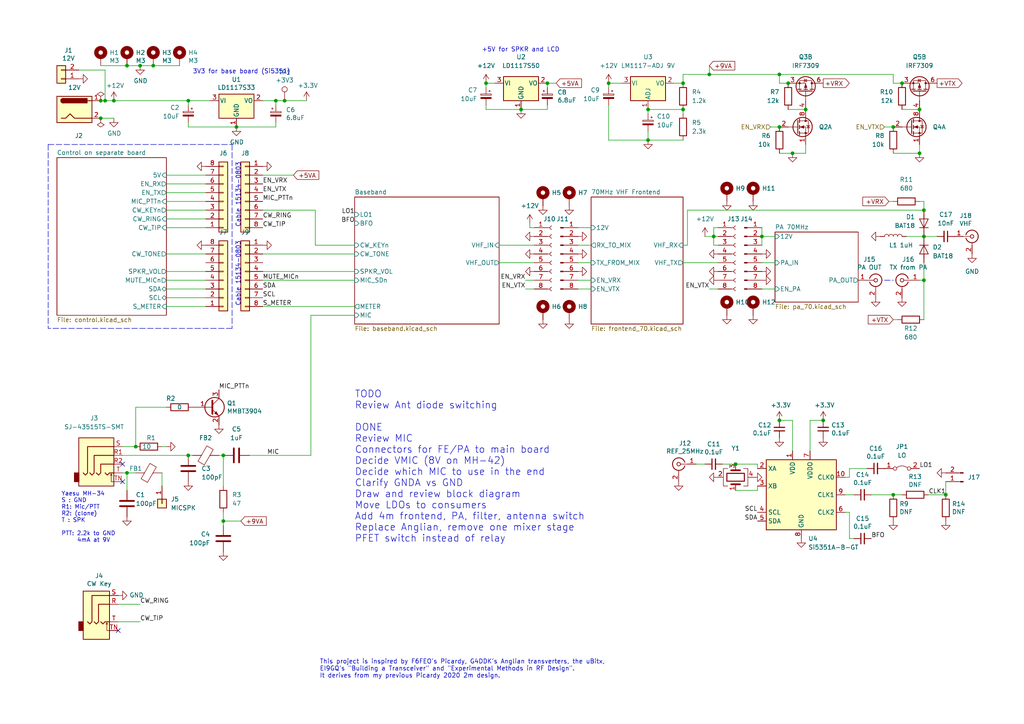
<source format=kicad_sch>
(kicad_sch (version 20211123) (generator eeschema)

  (uuid 7c83c304-769a-4be4-890e-297aba22b5b9)

  (paper "A4")

  (title_block
    (title "DART-70 TRX")
    (date "2023-02-02")
    (rev "0")
    (company "HB9EGM")
    (comment 1 "A 4m Band SSB/CW Transceiver")
  )

  

  (junction (at 29.21 29.21) (diameter 0) (color 0 0 0 0)
    (uuid 0a082e3d-5a37-45bf-9936-1925b33d6b4f)
  )
  (junction (at 228.6 24.13) (diameter 0) (color 0 0 0 0)
    (uuid 0d713598-e0d7-4b64-806d-d27b5ae84128)
  )
  (junction (at 259.08 143.51) (diameter 0) (color 0 0 0 0)
    (uuid 11ea7b85-b26d-4a7d-aaed-956352284452)
  )
  (junction (at 40.64 19.05) (diameter 0) (color 0 0 0 0)
    (uuid 130d74aa-cfde-4c45-8bfe-183aacd4590f)
  )
  (junction (at 266.7 44.45) (diameter 0) (color 0 0 0 0)
    (uuid 1379c036-b3e0-455b-b639-0f5dd015d03b)
  )
  (junction (at 198.12 24.13) (diameter 0) (color 0 0 0 0)
    (uuid 13b9a948-b29a-4475-8f42-f20ed3ed1c6a)
  )
  (junction (at 80.01 29.21) (diameter 0) (color 0 0 0 0)
    (uuid 1c29ab88-8089-4a9f-b0ec-e0493fb70d1a)
  )
  (junction (at 33.02 29.21) (diameter 0) (color 0 0 0 0)
    (uuid 1fa90692-7773-42d6-8ba8-8ed55432226b)
  )
  (junction (at 30.48 29.21) (diameter 0) (color 0 0 0 0)
    (uuid 248900dc-9b0b-4fb0-8b44-20e56324d88d)
  )
  (junction (at 29.21 34.29) (diameter 0) (color 0 0 0 0)
    (uuid 2bb5e7ab-7e6e-4e4b-8997-824caea277e9)
  )
  (junction (at 226.06 36.83) (diameter 0) (color 0 0 0 0)
    (uuid 2c691037-8de1-4537-a0ef-41ed59613839)
  )
  (junction (at 187.96 31.75) (diameter 0) (color 0 0 0 0)
    (uuid 398ec90b-61af-4d36-9539-63397d126e21)
  )
  (junction (at 226.06 121.92) (diameter 0) (color 0 0 0 0)
    (uuid 3c03082b-2981-4df2-bc33-6ce03d4158b2)
  )
  (junction (at 238.76 121.92) (diameter 0) (color 0 0 0 0)
    (uuid 4049e650-6035-45af-a547-48a992b127be)
  )
  (junction (at 198.12 31.75) (diameter 0) (color 0 0 0 0)
    (uuid 4242ccf2-3c4d-4a22-8247-2311c54121ff)
  )
  (junction (at 267.97 68.58) (diameter 0) (color 0 0 0 0)
    (uuid 43df9b13-487d-4795-8053-4ad8b2cbb873)
  )
  (junction (at 226.06 21.59) (diameter 0) (color 0 0 0 0)
    (uuid 4750ee37-26c3-426a-a03a-0a50ee4de791)
  )
  (junction (at 36.83 19.05) (diameter 0) (color 0 0 0 0)
    (uuid 48d3528f-d200-4dbf-87c6-2835721afb0e)
  )
  (junction (at 54.61 29.21) (diameter 0) (color 0 0 0 0)
    (uuid 547281cc-eb15-43de-9560-1b10e39a19ed)
  )
  (junction (at 233.68 31.75) (diameter 0) (color 0 0 0 0)
    (uuid 5591956a-807b-4208-83a4-6327422e118a)
  )
  (junction (at 39.37 129.54) (diameter 0) (color 0 0 0 0)
    (uuid 5cc7d9f6-bcf8-4ce3-a388-e95342b89483)
  )
  (junction (at 259.08 36.83) (diameter 0) (color 0 0 0 0)
    (uuid 906f16af-3f1b-4545-bda0-18ebce89ce96)
  )
  (junction (at 140.97 24.13) (diameter 0) (color 0 0 0 0)
    (uuid 91bb5e66-90e9-4aff-b233-5b8d53e4ad1c)
  )
  (junction (at 267.97 60.96) (diameter 0) (color 0 0 0 0)
    (uuid 97793736-d570-4f2c-8a66-106f7d23b4a8)
  )
  (junction (at 176.53 24.13) (diameter 0) (color 0 0 0 0)
    (uuid a01cdcc4-8ed1-4b36-8702-1b68481a60d9)
  )
  (junction (at 187.96 40.64) (diameter 0) (color 0 0 0 0)
    (uuid a13e5fb2-5800-4421-9e39-63277f01a71d)
  )
  (junction (at 82.55 29.21) (diameter 0) (color 0 0 0 0)
    (uuid a99cd17b-9938-46df-92bb-88378a42ecd6)
  )
  (junction (at 274.32 143.51) (diameter 0) (color 0 0 0 0)
    (uuid a9fed849-c0d2-45ff-802c-7da3e4c52c0a)
  )
  (junction (at 68.58 36.83) (diameter 0) (color 0 0 0 0)
    (uuid b0c265f7-c716-45d5-8397-630db4d2cf65)
  )
  (junction (at 205.74 21.59) (diameter 0) (color 0 0 0 0)
    (uuid b48c282b-d280-4718-bf3a-caf683cb767c)
  )
  (junction (at 64.77 151.13) (diameter 0) (color 0 0 0 0)
    (uuid b737254e-6fc5-401e-b41d-577a8b632512)
  )
  (junction (at 229.87 44.45) (diameter 0) (color 0 0 0 0)
    (uuid d26d0a63-c69d-4774-9fba-12ed686b99f6)
  )
  (junction (at 44.45 19.05) (diameter 0) (color 0 0 0 0)
    (uuid d4b4dbc7-e763-47b2-a6cb-b5c021db8bcc)
  )
  (junction (at 36.83 137.16) (diameter 0) (color 0 0 0 0)
    (uuid d4c3f5bf-47cb-4030-92b0-bec21d62f389)
  )
  (junction (at 261.62 24.13) (diameter 0) (color 0 0 0 0)
    (uuid d531b677-92b2-4589-8265-ffb9f0a9f471)
  )
  (junction (at 54.61 132.08) (diameter 0) (color 0 0 0 0)
    (uuid d7ecc3d2-2b6e-4e36-92b9-1b58fb257359)
  )
  (junction (at 64.77 132.08) (diameter 0) (color 0 0 0 0)
    (uuid d9abc64c-b691-4ece-b128-4f1d7b31754f)
  )
  (junction (at 267.97 81.28) (diameter 0) (color 0 0 0 0)
    (uuid e2d3e851-e172-407b-bae2-5f89da65f833)
  )
  (junction (at 220.98 68.58) (diameter 0) (color 0 0 0 0)
    (uuid e4e1f9d9-3c4f-40b9-b469-d4aa31f8fa0b)
  )
  (junction (at 158.75 24.13) (diameter 0) (color 0 0 0 0)
    (uuid eb69835d-9be6-45e6-b58c-d2902ddb8fb1)
  )
  (junction (at 266.7 31.75) (diameter 0) (color 0 0 0 0)
    (uuid eeabe6f1-2db7-4eed-bd0c-6e41b390284d)
  )
  (junction (at 151.13 31.75) (diameter 0) (color 0 0 0 0)
    (uuid f74be2ca-c140-4c85-937a-a008e4f4ddb7)
  )
  (junction (at 213.36 134.62) (diameter 0) (color 0 0 0 0)
    (uuid f8c9e2c3-818f-482b-ad48-f9fb56a455b0)
  )
  (junction (at 207.01 68.58) (diameter 0) (color 0 0 0 0)
    (uuid fe103db2-cb49-496f-a97e-9e6a1288beb5)
  )

  (no_connect (at 35.56 139.7) (uuid 891b06d0-7775-40c2-8d16-5452402b91d5))
  (no_connect (at 34.29 182.88) (uuid 9e56fb84-5b0b-47eb-9ee7-e24e7c08829b))
  (no_connect (at 35.56 134.62) (uuid b2135387-8c57-44ac-8ab3-29b54b43f871))

  (polyline (pts (xy 256.54 81.28) (xy 259.08 81.28))
    (stroke (width 0) (type default) (color 0 0 0 0))
    (uuid 0001e022-bec2-4d62-9a4d-7f842d1f79be)
  )

  (wire (pts (xy 29.21 34.29) (xy 33.02 34.29))
    (stroke (width 0) (type default) (color 0 0 0 0))
    (uuid 002154dd-fd21-426e-8f51-d82382197384)
  )
  (wire (pts (xy 64.77 132.08) (xy 64.77 140.97))
    (stroke (width 0) (type default) (color 0 0 0 0))
    (uuid 008a59ee-36fb-4f36-a8b0-5cc99b1e8598)
  )
  (wire (pts (xy 220.98 68.58) (xy 224.79 68.58))
    (stroke (width 0) (type default) (color 0 0 0 0))
    (uuid 01ac92ba-5cd1-46c2-8ba4-cce3dbf5bdfe)
  )
  (wire (pts (xy 144.78 76.2) (xy 154.94 76.2))
    (stroke (width 0) (type default) (color 0 0 0 0))
    (uuid 05b80f11-716a-4d47-806e-b508d9c8845d)
  )
  (wire (pts (xy 246.38 138.43) (xy 245.11 138.43))
    (stroke (width 0) (type default) (color 0 0 0 0))
    (uuid 05f6334e-7131-4999-b788-1681af60d6df)
  )
  (wire (pts (xy 204.47 68.58) (xy 207.01 68.58))
    (stroke (width 0) (type default) (color 0 0 0 0))
    (uuid 083f0ed2-b3a6-4099-9652-454220d86a40)
  )
  (wire (pts (xy 167.64 66.04) (xy 171.45 66.04))
    (stroke (width 0) (type default) (color 0 0 0 0))
    (uuid 087385f5-4257-4376-b1f3-18d9f73513a6)
  )
  (wire (pts (xy 205.74 21.59) (xy 198.12 21.59))
    (stroke (width 0) (type default) (color 0 0 0 0))
    (uuid 09d1af20-c357-48ec-a10f-915c880f15b6)
  )
  (wire (pts (xy 158.75 24.13) (xy 158.75 25.4))
    (stroke (width 0) (type default) (color 0 0 0 0))
    (uuid 09fbb099-19ff-4c9e-b717-ff9eedac992b)
  )
  (wire (pts (xy 140.97 30.48) (xy 140.97 31.75))
    (stroke (width 0) (type default) (color 0 0 0 0))
    (uuid 0a3a19af-7bfa-4df3-9b73-b98420c4a518)
  )
  (wire (pts (xy 36.83 19.05) (xy 40.64 19.05))
    (stroke (width 0) (type default) (color 0 0 0 0))
    (uuid 0aad0e8d-0747-412b-85ac-039bbac4ff5e)
  )
  (wire (pts (xy 266.7 41.91) (xy 266.7 44.45))
    (stroke (width 0) (type default) (color 0 0 0 0))
    (uuid 0b3a2a48-0270-494e-962a-3658a00a0875)
  )
  (wire (pts (xy 144.78 71.12) (xy 154.94 71.12))
    (stroke (width 0) (type default) (color 0 0 0 0))
    (uuid 0c548c29-4675-455c-b4eb-39554b0e0db8)
  )
  (wire (pts (xy 54.61 29.21) (xy 54.61 30.48))
    (stroke (width 0) (type default) (color 0 0 0 0))
    (uuid 11b5652b-07d3-428f-98d5-c354cf3693b1)
  )
  (wire (pts (xy 267.97 58.42) (xy 266.7 58.42))
    (stroke (width 0) (type default) (color 0 0 0 0))
    (uuid 1365db47-3e50-475d-8b7e-e1db17b616fc)
  )
  (wire (pts (xy 140.97 31.75) (xy 151.13 31.75))
    (stroke (width 0) (type default) (color 0 0 0 0))
    (uuid 160e3a4c-588b-4e79-ac75-f98bf80b7e0b)
  )
  (wire (pts (xy 85.09 50.8) (xy 76.2 50.8))
    (stroke (width 0) (type default) (color 0 0 0 0))
    (uuid 16f4aa89-10b3-4c19-aee2-b110182c6854)
  )
  (wire (pts (xy 80.01 29.21) (xy 82.55 29.21))
    (stroke (width 0) (type default) (color 0 0 0 0))
    (uuid 17ba5b19-2b5b-474e-9c14-1c7d35991587)
  )
  (wire (pts (xy 198.12 31.75) (xy 198.12 33.02))
    (stroke (width 0) (type default) (color 0 0 0 0))
    (uuid 17fc291b-23f9-4de7-9168-978b13dcd03c)
  )
  (wire (pts (xy 220.98 83.82) (xy 224.79 83.82))
    (stroke (width 0) (type default) (color 0 0 0 0))
    (uuid 19a6b424-c553-4be2-9c2f-6b5d041d6f35)
  )
  (wire (pts (xy 48.26 88.9) (xy 59.69 88.9))
    (stroke (width 0) (type default) (color 0 0 0 0))
    (uuid 1de35109-2490-47e3-8be5-ab22f13c6848)
  )
  (wire (pts (xy 48.26 50.8) (xy 59.69 50.8))
    (stroke (width 0) (type default) (color 0 0 0 0))
    (uuid 1ef50cec-8701-41c9-a796-aac175c3bcb1)
  )
  (wire (pts (xy 180.34 24.13) (xy 176.53 24.13))
    (stroke (width 0) (type default) (color 0 0 0 0))
    (uuid 2199bdfc-0462-4363-af5e-16d8e19d600a)
  )
  (wire (pts (xy 207.01 68.58) (xy 207.01 66.04))
    (stroke (width 0) (type default) (color 0 0 0 0))
    (uuid 22dcd381-de7e-4770-b1fc-5b1585b1e01c)
  )
  (wire (pts (xy 152.4 83.82) (xy 154.94 83.82))
    (stroke (width 0) (type default) (color 0 0 0 0))
    (uuid 257ea06f-4fb4-4041-9548-2259364176a6)
  )
  (wire (pts (xy 54.61 29.21) (xy 60.96 29.21))
    (stroke (width 0) (type default) (color 0 0 0 0))
    (uuid 28eca374-9b5c-4480-a1a6-52ddcbb57db2)
  )
  (wire (pts (xy 245.11 143.51) (xy 247.65 143.51))
    (stroke (width 0) (type default) (color 0 0 0 0))
    (uuid 2a86319a-5a94-4745-ad80-6b5c02f72e82)
  )
  (polyline (pts (xy 67.31 41.91) (xy 67.31 95.25))
    (stroke (width 0) (type default) (color 0 0 0 0))
    (uuid 2df6f517-3da3-4761-bd39-ad71c01eb424)
  )

  (wire (pts (xy 205.74 83.82) (xy 208.28 83.82))
    (stroke (width 0) (type default) (color 0 0 0 0))
    (uuid 2e8990ed-fee4-46e0-a5d6-572eb84d7bbe)
  )
  (wire (pts (xy 158.75 24.13) (xy 161.29 24.13))
    (stroke (width 0) (type default) (color 0 0 0 0))
    (uuid 2ea38bc3-7d3b-428e-a271-404ee98e752b)
  )
  (wire (pts (xy 267.97 81.28) (xy 267.97 92.71))
    (stroke (width 0) (type default) (color 0 0 0 0))
    (uuid 2fc55029-8596-42f8-a5b7-345105f5a387)
  )
  (wire (pts (xy 76.2 88.9) (xy 102.87 88.9))
    (stroke (width 0) (type default) (color 0 0 0 0))
    (uuid 311d4ef9-a0ea-4e8e-b65b-70e91af2608e)
  )
  (wire (pts (xy 187.96 40.64) (xy 198.12 40.64))
    (stroke (width 0) (type default) (color 0 0 0 0))
    (uuid 33f01d9a-6abc-40a9-9b6b-d34bddbf731f)
  )
  (wire (pts (xy 256.54 36.83) (xy 259.08 36.83))
    (stroke (width 0) (type default) (color 0 0 0 0))
    (uuid 345987da-5aa5-4c5e-90e1-ddf0086ed5fb)
  )
  (wire (pts (xy 153.67 64.77) (xy 153.67 66.04))
    (stroke (width 0) (type default) (color 0 0 0 0))
    (uuid 3e9b82a4-d9cb-49e4-825f-83213cf846fe)
  )
  (wire (pts (xy 262.89 68.58) (xy 267.97 68.58))
    (stroke (width 0) (type default) (color 0 0 0 0))
    (uuid 3eb66799-e8b0-416b-a9e5-17fd18188e1b)
  )
  (wire (pts (xy 48.26 53.34) (xy 59.69 53.34))
    (stroke (width 0) (type default) (color 0 0 0 0))
    (uuid 3f726201-a2b0-494c-bb67-0bed26cc560f)
  )
  (wire (pts (xy 158.75 31.75) (xy 151.13 31.75))
    (stroke (width 0) (type default) (color 0 0 0 0))
    (uuid 443127ca-ab31-4ac0-90cc-723625487807)
  )
  (wire (pts (xy 195.58 24.13) (xy 198.12 24.13))
    (stroke (width 0) (type default) (color 0 0 0 0))
    (uuid 4435e8ff-b63e-4b32-81db-49caa0dd6c5f)
  )
  (wire (pts (xy 48.26 55.88) (xy 59.69 55.88))
    (stroke (width 0) (type default) (color 0 0 0 0))
    (uuid 475d7116-2e26-4a72-942e-766ab472ca0d)
  )
  (wire (pts (xy 198.12 21.59) (xy 198.12 24.13))
    (stroke (width 0) (type default) (color 0 0 0 0))
    (uuid 4c57c394-f97c-4a0b-80d4-0b5157781c3b)
  )
  (wire (pts (xy 199.39 60.96) (xy 267.97 60.96))
    (stroke (width 0) (type default) (color 0 0 0 0))
    (uuid 4cb05072-e4ec-4ace-9793-ec8663b33a48)
  )
  (wire (pts (xy 261.62 31.75) (xy 266.7 31.75))
    (stroke (width 0) (type default) (color 0 0 0 0))
    (uuid 4d5acc98-17ff-4e60-af52-349a1269dddf)
  )
  (wire (pts (xy 220.98 66.04) (xy 220.98 68.58))
    (stroke (width 0) (type default) (color 0 0 0 0))
    (uuid 51ff27b9-f9f9-45f2-b9f3-2b930513405d)
  )
  (wire (pts (xy 167.64 81.28) (xy 171.45 81.28))
    (stroke (width 0) (type default) (color 0 0 0 0))
    (uuid 52d9d6dd-4266-418b-bf9a-446977053e6f)
  )
  (wire (pts (xy 266.7 81.28) (xy 267.97 81.28))
    (stroke (width 0) (type default) (color 0 0 0 0))
    (uuid 566a1dfd-871f-4bc8-98fc-32631eb16c5b)
  )
  (wire (pts (xy 48.26 78.74) (xy 59.69 78.74))
    (stroke (width 0) (type default) (color 0 0 0 0))
    (uuid 56cb3f92-2c0e-42ee-84b9-de64810b5c8d)
  )
  (wire (pts (xy 29.21 19.05) (xy 36.83 19.05))
    (stroke (width 0) (type default) (color 0 0 0 0))
    (uuid 579d81c4-8fa6-40d5-b99a-d160787b45b9)
  )
  (wire (pts (xy 205.74 19.05) (xy 205.74 21.59))
    (stroke (width 0) (type default) (color 0 0 0 0))
    (uuid 5afca071-0542-406b-83f5-f8ed30e05c4c)
  )
  (wire (pts (xy 76.2 78.74) (xy 102.87 78.74))
    (stroke (width 0) (type default) (color 0 0 0 0))
    (uuid 5cd8bda4-22ef-4084-8249-44fe15f1fc0e)
  )
  (wire (pts (xy 259.08 21.59) (xy 226.06 21.59))
    (stroke (width 0) (type default) (color 0 0 0 0))
    (uuid 5ea05504-bb96-4847-90cf-26cb1afd4244)
  )
  (wire (pts (xy 46.99 137.16) (xy 46.99 140.97))
    (stroke (width 0) (type default) (color 0 0 0 0))
    (uuid 601c5479-68c8-4d7c-bbde-860bd11a7597)
  )
  (wire (pts (xy 152.4 81.28) (xy 154.94 81.28))
    (stroke (width 0) (type default) (color 0 0 0 0))
    (uuid 622f00d8-5ad7-46ce-ad73-dd9d4ed09081)
  )
  (wire (pts (xy 33.02 29.21) (xy 54.61 29.21))
    (stroke (width 0) (type default) (color 0 0 0 0))
    (uuid 6465c817-6f2e-4e62-ac9d-f9a1d93df9e1)
  )
  (wire (pts (xy 251.46 135.89) (xy 246.38 135.89))
    (stroke (width 0) (type default) (color 0 0 0 0))
    (uuid 64e90390-0f4c-4cc1-bafa-363ce23516e9)
  )
  (wire (pts (xy 246.38 156.21) (xy 246.38 148.59))
    (stroke (width 0) (type default) (color 0 0 0 0))
    (uuid 65dd0601-a23d-4c5d-b924-966fc498cbfc)
  )
  (wire (pts (xy 259.08 92.71) (xy 260.35 92.71))
    (stroke (width 0) (type default) (color 0 0 0 0))
    (uuid 65fd1318-4897-4656-baf4-cc1aa4efc50e)
  )
  (wire (pts (xy 233.68 44.45) (xy 229.87 44.45))
    (stroke (width 0) (type default) (color 0 0 0 0))
    (uuid 67fd7240-7a2e-4504-8c70-47b3112c634e)
  )
  (wire (pts (xy 246.38 148.59) (xy 245.11 148.59))
    (stroke (width 0) (type default) (color 0 0 0 0))
    (uuid 699bee8c-8bc3-4aa6-b4ed-0aa4d255078a)
  )
  (wire (pts (xy 234.95 121.92) (xy 234.95 130.81))
    (stroke (width 0) (type default) (color 0 0 0 0))
    (uuid 6b09c60c-c53b-47dd-b8b8-94f682cd2086)
  )
  (wire (pts (xy 48.26 81.28) (xy 59.69 81.28))
    (stroke (width 0) (type default) (color 0 0 0 0))
    (uuid 6c2583d2-6254-4856-a6b8-160d5f6a3f99)
  )
  (wire (pts (xy 207.01 71.12) (xy 207.01 68.58))
    (stroke (width 0) (type default) (color 0 0 0 0))
    (uuid 71e59ea6-1d95-41dd-aaff-b947e8d6629b)
  )
  (wire (pts (xy 36.83 137.16) (xy 39.37 137.16))
    (stroke (width 0) (type default) (color 0 0 0 0))
    (uuid 735e33ba-0601-4acb-983d-1656020ec14e)
  )
  (wire (pts (xy 259.08 24.13) (xy 261.62 24.13))
    (stroke (width 0) (type default) (color 0 0 0 0))
    (uuid 73697aae-1f79-401a-bdaa-9ebc2f2340de)
  )
  (wire (pts (xy 140.97 24.13) (xy 140.97 25.4))
    (stroke (width 0) (type default) (color 0 0 0 0))
    (uuid 7471700d-9a5d-406e-b9fc-bdeed49379fa)
  )
  (wire (pts (xy 30.48 29.21) (xy 33.02 29.21))
    (stroke (width 0) (type default) (color 0 0 0 0))
    (uuid 74760d5b-303c-4603-ac2e-6b5209546581)
  )
  (wire (pts (xy 167.64 76.2) (xy 171.45 76.2))
    (stroke (width 0) (type default) (color 0 0 0 0))
    (uuid 7887f659-7796-4d20-b8ec-45fe37db4d3b)
  )
  (wire (pts (xy 22.86 20.32) (xy 30.48 20.32))
    (stroke (width 0) (type default) (color 0 0 0 0))
    (uuid 79aced1b-30d4-4883-86bf-8a38d664736a)
  )
  (wire (pts (xy 252.73 143.51) (xy 259.08 143.51))
    (stroke (width 0) (type default) (color 0 0 0 0))
    (uuid 7d4200e5-e280-4699-af56-048ba84247d3)
  )
  (wire (pts (xy 55.88 132.08) (xy 54.61 132.08))
    (stroke (width 0) (type default) (color 0 0 0 0))
    (uuid 7fcd6903-4017-464e-a708-1e51b67dd39f)
  )
  (wire (pts (xy 259.08 58.42) (xy 257.81 58.42))
    (stroke (width 0) (type default) (color 0 0 0 0))
    (uuid 8025fc94-e615-4b56-8bf2-4787b89136f5)
  )
  (wire (pts (xy 198.12 76.2) (xy 208.28 76.2))
    (stroke (width 0) (type default) (color 0 0 0 0))
    (uuid 80c9eaaa-abb4-4304-825a-1964608b4c6b)
  )
  (wire (pts (xy 153.67 66.04) (xy 154.94 66.04))
    (stroke (width 0) (type default) (color 0 0 0 0))
    (uuid 814385ff-48a3-478a-9a33-47cb468f9486)
  )
  (wire (pts (xy 64.77 151.13) (xy 69.85 151.13))
    (stroke (width 0) (type default) (color 0 0 0 0))
    (uuid 816e41e9-8ef8-4e70-a70f-02175bdc97c4)
  )
  (polyline (pts (xy 13.97 41.91) (xy 13.97 95.25))
    (stroke (width 0) (type default) (color 0 0 0 0))
    (uuid 834eed63-98bc-4692-be8a-6868d5c838d4)
  )

  (wire (pts (xy 48.26 66.04) (xy 59.69 66.04))
    (stroke (width 0) (type default) (color 0 0 0 0))
    (uuid 836458d9-8a3b-4d53-aaf1-9cc6ec2305f2)
  )
  (wire (pts (xy 229.87 44.45) (xy 226.06 44.45))
    (stroke (width 0) (type default) (color 0 0 0 0))
    (uuid 86c60f4b-4421-4865-beff-ed93adca8ac2)
  )
  (wire (pts (xy 76.2 81.28) (xy 102.87 81.28))
    (stroke (width 0) (type default) (color 0 0 0 0))
    (uuid 8b38ff0f-fed5-4ee4-8847-6ec4f4b389a9)
  )
  (wire (pts (xy 48.26 86.36) (xy 59.69 86.36))
    (stroke (width 0) (type default) (color 0 0 0 0))
    (uuid 8c8438c2-dfb5-4131-857c-1ad8997220ea)
  )
  (wire (pts (xy 247.65 156.21) (xy 246.38 156.21))
    (stroke (width 0) (type default) (color 0 0 0 0))
    (uuid 8e0abe23-8e7e-48a9-af11-f26197bd8fbf)
  )
  (wire (pts (xy 176.53 30.48) (xy 176.53 40.64))
    (stroke (width 0) (type default) (color 0 0 0 0))
    (uuid 8f5c2a3a-b2da-434e-8810-9da52a5e413a)
  )
  (wire (pts (xy 64.77 148.59) (xy 64.77 151.13))
    (stroke (width 0) (type default) (color 0 0 0 0))
    (uuid 91c438b1-678d-4a85-be0e-771bfbc58931)
  )
  (wire (pts (xy 228.6 31.75) (xy 233.68 31.75))
    (stroke (width 0) (type default) (color 0 0 0 0))
    (uuid 92dfb53a-5556-47b1-8088-214aebbc803d)
  )
  (wire (pts (xy 102.87 91.44) (xy 90.17 91.44))
    (stroke (width 0) (type default) (color 0 0 0 0))
    (uuid 935427ba-97bd-4319-b38c-51b473619c8a)
  )
  (wire (pts (xy 158.75 30.48) (xy 158.75 31.75))
    (stroke (width 0) (type default) (color 0 0 0 0))
    (uuid 96e30a9c-78b6-4d1a-bc72-6cbdc7743876)
  )
  (wire (pts (xy 90.17 91.44) (xy 90.17 132.08))
    (stroke (width 0) (type default) (color 0 0 0 0))
    (uuid 9792cf44-3261-4d9f-8ae0-31fdeec0dc70)
  )
  (wire (pts (xy 207.01 66.04) (xy 208.28 66.04))
    (stroke (width 0) (type default) (color 0 0 0 0))
    (uuid 9991203b-a07d-48db-9b05-ed716414c92f)
  )
  (wire (pts (xy 54.61 35.56) (xy 54.61 36.83))
    (stroke (width 0) (type default) (color 0 0 0 0))
    (uuid 99f8394d-1325-4f0e-9ed0-19dceab6e1f9)
  )
  (wire (pts (xy 238.76 121.92) (xy 234.95 121.92))
    (stroke (width 0) (type default) (color 0 0 0 0))
    (uuid 9d3a7a2b-8bae-4d82-8634-16a99f57e389)
  )
  (wire (pts (xy 223.52 36.83) (xy 226.06 36.83))
    (stroke (width 0) (type default) (color 0 0 0 0))
    (uuid a057c374-c462-4764-bd16-2c00eef92afa)
  )
  (wire (pts (xy 34.29 175.26) (xy 40.64 175.26))
    (stroke (width 0) (type default) (color 0 0 0 0))
    (uuid a1abde39-78d5-402d-bb1c-75243c61d29b)
  )
  (wire (pts (xy 48.26 58.42) (xy 59.69 58.42))
    (stroke (width 0) (type default) (color 0 0 0 0))
    (uuid a2c10dec-c0b0-471a-b75e-c1a8452900c1)
  )
  (wire (pts (xy 220.98 68.58) (xy 220.98 71.12))
    (stroke (width 0) (type default) (color 0 0 0 0))
    (uuid a40b6a6f-dc57-45f8-9beb-e6dbac2dd670)
  )
  (wire (pts (xy 63.5 132.08) (xy 64.77 132.08))
    (stroke (width 0) (type default) (color 0 0 0 0))
    (uuid a5f4f26e-4b82-496f-b7bb-4ed4211f8100)
  )
  (wire (pts (xy 54.61 36.83) (xy 68.58 36.83))
    (stroke (width 0) (type default) (color 0 0 0 0))
    (uuid a69bb6f5-978b-49bb-9446-4ec9cfe4501e)
  )
  (wire (pts (xy 259.08 21.59) (xy 259.08 24.13))
    (stroke (width 0) (type default) (color 0 0 0 0))
    (uuid a7349b87-3477-4ba5-bc62-3587f94ab817)
  )
  (wire (pts (xy 267.97 58.42) (xy 267.97 60.96))
    (stroke (width 0) (type default) (color 0 0 0 0))
    (uuid a8465ca8-68f9-4eee-904b-5bbfa483a6ff)
  )
  (wire (pts (xy 36.83 142.24) (xy 36.83 137.16))
    (stroke (width 0) (type default) (color 0 0 0 0))
    (uuid a8d341ec-3332-4d82-8a1f-e52e32f564f1)
  )
  (wire (pts (xy 88.9 29.21) (xy 82.55 29.21))
    (stroke (width 0) (type default) (color 0 0 0 0))
    (uuid a93dd5f3-ded3-42da-9f3d-78740a5a5bff)
  )
  (wire (pts (xy 48.26 83.82) (xy 59.69 83.82))
    (stroke (width 0) (type default) (color 0 0 0 0))
    (uuid ac0ae1b6-d482-4675-aec8-4c2f8c7318db)
  )
  (wire (pts (xy 226.06 21.59) (xy 205.74 21.59))
    (stroke (width 0) (type default) (color 0 0 0 0))
    (uuid ad76707e-1f2e-4941-86a0-50951acd24bc)
  )
  (wire (pts (xy 176.53 40.64) (xy 187.96 40.64))
    (stroke (width 0) (type default) (color 0 0 0 0))
    (uuid aed0a299-8aa6-4a50-b993-c38efe5fdd7a)
  )
  (wire (pts (xy 176.53 24.13) (xy 176.53 25.4))
    (stroke (width 0) (type default) (color 0 0 0 0))
    (uuid b1ea2466-2371-4b96-9289-6c42e0f0b899)
  )
  (wire (pts (xy 208.28 68.58) (xy 207.01 68.58))
    (stroke (width 0) (type default) (color 0 0 0 0))
    (uuid b2567046-fd9d-4b4e-9692-c6e5bb919428)
  )
  (polyline (pts (xy 13.97 41.91) (xy 67.31 41.91))
    (stroke (width 0) (type default) (color 0 0 0 0))
    (uuid b3f67849-c79e-4262-b803-d461d1887604)
  )
  (polyline (pts (xy 67.31 95.25) (xy 13.97 95.25))
    (stroke (width 0) (type default) (color 0 0 0 0))
    (uuid b415a656-e3e5-4629-aa6c-6a23a847c576)
  )

  (wire (pts (xy 266.7 44.45) (xy 259.08 44.45))
    (stroke (width 0) (type default) (color 0 0 0 0))
    (uuid b5cbe891-dcdf-4951-8f0a-b2c28e4293cd)
  )
  (wire (pts (xy 199.39 60.96) (xy 199.39 71.12))
    (stroke (width 0) (type default) (color 0 0 0 0))
    (uuid b7171b4c-eca6-40ec-b421-389a14cba197)
  )
  (wire (pts (xy 48.26 63.5) (xy 59.69 63.5))
    (stroke (width 0) (type default) (color 0 0 0 0))
    (uuid bb13b6c6-7b88-4971-969d-518c0a6e43cc)
  )
  (wire (pts (xy 226.06 24.13) (xy 228.6 24.13))
    (stroke (width 0) (type default) (color 0 0 0 0))
    (uuid bb78f99c-6783-4afe-a661-68817d4180ab)
  )
  (wire (pts (xy 246.38 135.89) (xy 246.38 138.43))
    (stroke (width 0) (type default) (color 0 0 0 0))
    (uuid bcb20d96-4c0e-4c98-a263-0cdd41ab15e5)
  )
  (wire (pts (xy 187.96 38.1) (xy 187.96 40.64))
    (stroke (width 0) (type default) (color 0 0 0 0))
    (uuid bda7a16e-b931-4d51-b769-ff5809beef5f)
  )
  (wire (pts (xy 199.39 71.12) (xy 198.12 71.12))
    (stroke (width 0) (type default) (color 0 0 0 0))
    (uuid be34fe28-91db-4153-a910-bbfafd34e127)
  )
  (wire (pts (xy 35.56 129.54) (xy 39.37 129.54))
    (stroke (width 0) (type default) (color 0 0 0 0))
    (uuid bf7e6467-20df-4f97-b158-e22e9c63a13b)
  )
  (wire (pts (xy 48.26 60.96) (xy 59.69 60.96))
    (stroke (width 0) (type default) (color 0 0 0 0))
    (uuid bfce1213-d511-4811-bc9d-beb994b8b9fe)
  )
  (wire (pts (xy 229.87 121.92) (xy 229.87 130.81))
    (stroke (width 0) (type default) (color 0 0 0 0))
    (uuid c24d03f2-5bff-4d74-88e5-481cd2f1e035)
  )
  (wire (pts (xy 36.83 137.16) (xy 35.56 137.16))
    (stroke (width 0) (type default) (color 0 0 0 0))
    (uuid c2bffc4c-3205-4eb4-b359-339ae5964aa6)
  )
  (wire (pts (xy 35.56 132.08) (xy 54.61 132.08))
    (stroke (width 0) (type default) (color 0 0 0 0))
    (uuid c36a02cf-e3ab-41a0-a53f-62781e2f4d5a)
  )
  (wire (pts (xy 274.32 143.51) (xy 274.32 139.7))
    (stroke (width 0) (type default) (color 0 0 0 0))
    (uuid c48e879f-0b64-4f86-a8cf-003dbff29c4e)
  )
  (wire (pts (xy 76.2 73.66) (xy 102.87 73.66))
    (stroke (width 0) (type default) (color 0 0 0 0))
    (uuid cb987807-5979-49b5-8522-334a69d0b59b)
  )
  (wire (pts (xy 261.62 143.51) (xy 259.08 143.51))
    (stroke (width 0) (type default) (color 0 0 0 0))
    (uuid cbbfb5e5-7e85-4367-b6a7-9b21fc6d9e17)
  )
  (wire (pts (xy 213.36 142.24) (xy 219.71 142.24))
    (stroke (width 0) (type default) (color 0 0 0 0))
    (uuid cc89f37d-2221-4ee8-a763-21432c733f93)
  )
  (wire (pts (xy 76.2 29.21) (xy 80.01 29.21))
    (stroke (width 0) (type default) (color 0 0 0 0))
    (uuid cdc3b2bb-9f60-476c-ac94-bf550b6e7b5e)
  )
  (wire (pts (xy 233.68 41.91) (xy 233.68 44.45))
    (stroke (width 0) (type default) (color 0 0 0 0))
    (uuid cdf8245b-2e03-441d-8536-8e14a3d0d2ff)
  )
  (wire (pts (xy 226.06 121.92) (xy 229.87 121.92))
    (stroke (width 0) (type default) (color 0 0 0 0))
    (uuid ceb52c7a-a12c-449a-be98-109b3a3bd409)
  )
  (wire (pts (xy 29.21 29.21) (xy 30.48 29.21))
    (stroke (width 0) (type default) (color 0 0 0 0))
    (uuid d18620ef-44b4-47e8-b939-bb0398e91c85)
  )
  (wire (pts (xy 48.26 118.11) (xy 39.37 118.11))
    (stroke (width 0) (type default) (color 0 0 0 0))
    (uuid d1ce4cd2-0109-47a9-93f8-38c475604c2d)
  )
  (wire (pts (xy 72.39 132.08) (xy 90.17 132.08))
    (stroke (width 0) (type default) (color 0 0 0 0))
    (uuid d3155823-164e-414b-a9b1-daa66df8bb6f)
  )
  (wire (pts (xy 208.28 71.12) (xy 207.01 71.12))
    (stroke (width 0) (type default) (color 0 0 0 0))
    (uuid d4867c18-2716-4853-ab72-4df6a9980642)
  )
  (wire (pts (xy 91.44 60.96) (xy 76.2 60.96))
    (stroke (width 0) (type default) (color 0 0 0 0))
    (uuid d4dea28c-2f1d-4f2b-9141-90634cbd9401)
  )
  (wire (pts (xy 219.71 134.62) (xy 219.71 135.89))
    (stroke (width 0) (type default) (color 0 0 0 0))
    (uuid d51dda35-7a1a-4d41-817a-7bb1f7f6ffd4)
  )
  (wire (pts (xy 40.64 19.05) (xy 44.45 19.05))
    (stroke (width 0) (type default) (color 0 0 0 0))
    (uuid d5d26400-826e-40a5-a7b1-6a9ebbaedfb4)
  )
  (wire (pts (xy 271.78 68.58) (xy 267.97 68.58))
    (stroke (width 0) (type default) (color 0 0 0 0))
    (uuid d62cfc4c-5e25-471a-be1e-d5cbaecce182)
  )
  (wire (pts (xy 48.26 73.66) (xy 59.69 73.66))
    (stroke (width 0) (type default) (color 0 0 0 0))
    (uuid dc5747ab-76be-4b9c-9c8e-2d26c29683ce)
  )
  (wire (pts (xy 140.97 24.13) (xy 143.51 24.13))
    (stroke (width 0) (type default) (color 0 0 0 0))
    (uuid dd927172-6a9a-406f-a951-4e7f78cebb7b)
  )
  (wire (pts (xy 91.44 71.12) (xy 91.44 60.96))
    (stroke (width 0) (type default) (color 0 0 0 0))
    (uuid de3779df-679b-4989-96e3-142247b3a611)
  )
  (wire (pts (xy 44.45 19.05) (xy 52.07 19.05))
    (stroke (width 0) (type default) (color 0 0 0 0))
    (uuid dfd58d9e-0c03-4a20-9983-0d32c26093d8)
  )
  (wire (pts (xy 68.58 36.83) (xy 80.01 36.83))
    (stroke (width 0) (type default) (color 0 0 0 0))
    (uuid e264f0d9-6386-4838-a810-81df8032f681)
  )
  (wire (pts (xy 30.48 20.32) (xy 30.48 29.21))
    (stroke (width 0) (type default) (color 0 0 0 0))
    (uuid e49f1b40-a83b-4b72-93d7-dd44349357c4)
  )
  (wire (pts (xy 34.29 180.34) (xy 40.64 180.34))
    (stroke (width 0) (type default) (color 0 0 0 0))
    (uuid e7ac32f0-5e71-4c65-ac6f-730f4731f5f7)
  )
  (wire (pts (xy 274.32 143.51) (xy 269.24 143.51))
    (stroke (width 0) (type default) (color 0 0 0 0))
    (uuid ea6f4611-7eac-4b21-b232-fff65a738b95)
  )
  (wire (pts (xy 209.55 134.62) (xy 213.36 134.62))
    (stroke (width 0) (type default) (color 0 0 0 0))
    (uuid ea97e745-2bac-4983-a78b-499e0f8d7b6d)
  )
  (wire (pts (xy 187.96 31.75) (xy 198.12 31.75))
    (stroke (width 0) (type default) (color 0 0 0 0))
    (uuid eb9b3733-e4ec-4731-87f1-5f6fd8f11a68)
  )
  (wire (pts (xy 46.99 129.54) (xy 48.26 129.54))
    (stroke (width 0) (type default) (color 0 0 0 0))
    (uuid ec3f3094-faf1-4e21-bd96-d842704479de)
  )
  (wire (pts (xy 220.98 76.2) (xy 224.79 76.2))
    (stroke (width 0) (type default) (color 0 0 0 0))
    (uuid ec9ab5ce-9c00-44e5-a77e-bb465908cae4)
  )
  (wire (pts (xy 167.64 71.12) (xy 171.45 71.12))
    (stroke (width 0) (type default) (color 0 0 0 0))
    (uuid ecfe8984-0282-4208-8f3d-aa8b3adb9dd8)
  )
  (wire (pts (xy 39.37 118.11) (xy 39.37 129.54))
    (stroke (width 0) (type default) (color 0 0 0 0))
    (uuid f142e195-1e8c-4d80-b290-cc6d513aa04c)
  )
  (wire (pts (xy 102.87 71.12) (xy 91.44 71.12))
    (stroke (width 0) (type default) (color 0 0 0 0))
    (uuid f22441fb-3978-4762-b6a3-6def4069e413)
  )
  (wire (pts (xy 204.47 134.62) (xy 201.93 134.62))
    (stroke (width 0) (type default) (color 0 0 0 0))
    (uuid f38fd353-54b3-403a-9387-7ff36888e6a9)
  )
  (wire (pts (xy 213.36 134.62) (xy 219.71 134.62))
    (stroke (width 0) (type default) (color 0 0 0 0))
    (uuid f7008c47-327e-4961-9c20-bbaf09b0d636)
  )
  (wire (pts (xy 219.71 142.24) (xy 219.71 140.97))
    (stroke (width 0) (type default) (color 0 0 0 0))
    (uuid f841e691-04bf-4057-bcb4-476ba3910c05)
  )
  (wire (pts (xy 167.64 83.82) (xy 171.45 83.82))
    (stroke (width 0) (type default) (color 0 0 0 0))
    (uuid f9b69a05-45f9-4bdb-aa7e-f2da8c731fea)
  )
  (wire (pts (xy 267.97 76.2) (xy 267.97 81.28))
    (stroke (width 0) (type default) (color 0 0 0 0))
    (uuid fa186e4d-5679-4648-97be-d46dd5fe54d1)
  )
  (wire (pts (xy 80.01 35.56) (xy 80.01 36.83))
    (stroke (width 0) (type default) (color 0 0 0 0))
    (uuid fc244ca3-4412-44ac-b1f3-44d00d15b5ac)
  )
  (wire (pts (xy 187.96 31.75) (xy 187.96 33.02))
    (stroke (width 0) (type default) (color 0 0 0 0))
    (uuid fc4a7459-1bb4-4226-8823-ec552cb8417e)
  )
  (wire (pts (xy 64.77 151.13) (xy 64.77 152.4))
    (stroke (width 0) (type default) (color 0 0 0 0))
    (uuid fc8f874d-5a84-429e-8ecd-26a90c78fa0d)
  )
  (wire (pts (xy 226.06 21.59) (xy 226.06 24.13))
    (stroke (width 0) (type default) (color 0 0 0 0))
    (uuid fe8a3f3f-3126-421d-b59c-37217ed6f49c)
  )
  (wire (pts (xy 80.01 29.21) (xy 80.01 30.48))
    (stroke (width 0) (type default) (color 0 0 0 0))
    (uuid ffb99ea8-48c3-486c-94d4-7034e45d57f7)
  )

  (text "Cable 15134-0803" (at 69.85 88.9 90)
    (effects (font (size 1.27 1.27)) (justify left bottom))
    (uuid 0929caf6-d906-41f2-ac17-e9ad4d47086b)
  )
  (text "+5V for SPKR and LCD" (at 139.7 15.24 0)
    (effects (font (size 1.27 1.27)) (justify left bottom))
    (uuid 239d5a08-bfc0-4925-8e7a-6431dab8181d)
  )
  (text "Yaesu MH-34\nS : GND\nR1: Mic/PTT\nR2: (clone)\nT : SPK\n\nPTT: 2.2k to GND\n     4mA at 9V"
    (at 17.78 157.48 0)
    (effects (font (size 1.1938 1.1938)) (justify left bottom))
    (uuid aa6d67fe-cd8b-468d-8447-611ba063ffe2)
  )
  (text "TODO\nReview Ant diode switching\n\nDONE\nReview MIC\nConnectors for FE/PA to main board\nDecide VMIC (8V on MH-42)\nDecide which MIC to use in the end\nClarify GNDA vs GND\nDraw and review block diagram\nMove LDOs to consumers\nAdd 4m frontend, PA, filter, antenna switch\nReplace Anglian, remove one mixer stage\nPFET switch instead of relay\n"
    (at 102.87 157.48 0)
    (effects (font (size 2 2)) (justify left bottom))
    (uuid bb2e7fd8-c90d-4499-afb3-dd966ff449a9)
  )
  (text "This project is inspired by F6FEO's Picardy, G4DDK's Anglian transverters, the uBitx,\nEI9GQ's \"Building a Transceiver\" and \"Experimental Methods in RF Design\".\nIt derives from my previous Picardy 2020 2m design."
    (at 92.71 196.85 0)
    (effects (font (size 1.27 1.27)) (justify left bottom))
    (uuid cc99dfff-7e1c-41c9-90b0-50846ceea0a1)
  )
  (text "3V3 for base board (Si5351)" (at 55.88 21.59 0)
    (effects (font (size 1.27 1.27)) (justify left bottom))
    (uuid f4edd5b2-72b4-45e8-b62f-fa9fad300bad)
  )
  (text "Cable 15134-0803" (at 69.85 66.04 90)
    (effects (font (size 1.27 1.27)) (justify left bottom))
    (uuid f8c7090b-f4e5-4157-b560-7282b4d81d8e)
  )

  (label "EN_VTX" (at 152.4 83.82 180)
    (effects (font (size 1.27 1.27)) (justify right bottom))
    (uuid 2a1445c0-3ee8-4e0d-b2b5-fefc03020288)
  )
  (label "CLK1" (at 274.32 143.51 180)
    (effects (font (size 1.27 1.27)) (justify right bottom))
    (uuid 37559495-9dfc-4a54-80ee-fad84f20dc2a)
  )
  (label "SCL" (at 76.2 86.36 0)
    (effects (font (size 1.27 1.27)) (justify left bottom))
    (uuid 38bd102f-633a-4953-97ad-13bc577149af)
  )
  (label "SDA" (at 219.71 151.13 180)
    (effects (font (size 1.27 1.27)) (justify right bottom))
    (uuid 3e13cb83-601f-443a-a951-e96035da31e7)
  )
  (label "EN_VRX" (at 76.2 53.34 0)
    (effects (font (size 1.27 1.27)) (justify left bottom))
    (uuid 618621f8-a3f4-49c8-9ea3-607c2df3756e)
  )
  (label "EN_VTX" (at 205.74 83.82 180)
    (effects (font (size 1.27 1.27)) (justify right bottom))
    (uuid 695fa56a-671a-410f-94f3-9b23856076c0)
  )
  (label "CW_RING" (at 40.64 175.26 0)
    (effects (font (size 1.27 1.27)) (justify left bottom))
    (uuid 7906f11d-49c0-4b99-b74d-443c82e1ec6a)
  )
  (label "EN_VTX" (at 76.2 55.88 0)
    (effects (font (size 1.27 1.27)) (justify left bottom))
    (uuid 79771a5b-bbc0-45e2-b3e2-33121a4ba792)
  )
  (label "EN_VRX" (at 152.4 81.28 180)
    (effects (font (size 1.27 1.27)) (justify right bottom))
    (uuid 7d379f5c-8657-4fef-9f9e-0c96e27cc75e)
  )
  (label "CW_RING" (at 76.2 63.5 0)
    (effects (font (size 1.27 1.27)) (justify left bottom))
    (uuid 85e987f3-11f0-4e85-9be0-8c79e37e02ec)
  )
  (label "SDA" (at 76.2 83.82 0)
    (effects (font (size 1.27 1.27)) (justify left bottom))
    (uuid 861fa728-ad72-4a0e-81c5-e00ac8e2afd5)
  )
  (label "MIC_PTTn" (at 63.5 113.03 0)
    (effects (font (size 1.27 1.27)) (justify left bottom))
    (uuid 999a6700-22eb-4836-86fc-2c4c3f94e081)
  )
  (label "MIC_PTTn" (at 76.2 58.42 0)
    (effects (font (size 1.27 1.27)) (justify left bottom))
    (uuid 9a533855-32f3-454c-b9eb-791fa757c655)
  )
  (label "CW_TIP" (at 76.2 66.04 0)
    (effects (font (size 1.27 1.27)) (justify left bottom))
    (uuid 9d366296-47c6-47a8-b170-ad51354d17b9)
  )
  (label "MIC" (at 77.47 132.08 0)
    (effects (font (size 1.27 1.27)) (justify left bottom))
    (uuid a60b880d-79d5-4af9-b917-73bba79e19a9)
  )
  (label "S_METER" (at 76.2 88.9 0)
    (effects (font (size 1.27 1.27)) (justify left bottom))
    (uuid ae9e6037-71e8-40b8-9d18-52132b11e130)
  )
  (label "LO1" (at 266.7 135.89 0)
    (effects (font (size 1.27 1.27)) (justify left bottom))
    (uuid b1685444-7ed2-49f0-840b-5ade5d456940)
  )
  (label "MUTE_MICn" (at 76.2 81.28 0)
    (effects (font (size 1.27 1.27)) (justify left bottom))
    (uuid cb0bacd7-3cb4-4f05-90bb-6eac18befcbf)
  )
  (label "LO1" (at 102.87 62.23 180)
    (effects (font (size 1.27 1.27)) (justify right bottom))
    (uuid cdac41f7-a7f2-4a3f-ba4b-bfc7d7f66152)
  )
  (label "BFO" (at 252.73 156.21 0)
    (effects (font (size 1.27 1.27)) (justify left bottom))
    (uuid e316d376-2303-43ce-9137-3f0af976260d)
  )
  (label "SCL" (at 219.71 148.59 180)
    (effects (font (size 1.27 1.27)) (justify right bottom))
    (uuid ee4f4482-0e91-4fc6-9eab-f13196efb328)
  )
  (label "CW_TIP" (at 40.64 180.34 0)
    (effects (font (size 1.27 1.27)) (justify left bottom))
    (uuid f1ca34a5-a3cd-4c57-9860-d136a96d83f6)
  )
  (label "BFO" (at 102.87 64.77 180)
    (effects (font (size 1.27 1.27)) (justify right bottom))
    (uuid f9d8824d-4312-4052-b7a4-29b601206a19)
  )

  (global_label "+VRX" (shape input) (at 257.81 58.42 180) (fields_autoplaced)
    (effects (font (size 1.27 1.27)) (justify right))
    (uuid 239fb701-4f22-422c-b794-639e7cdebbc8)
    (property "Intersheet References" "${INTERSHEET_REFS}" (id 0) (at 250.2564 58.4994 0)
      (effects (font (size 1.27 1.27)) (justify right) hide)
    )
  )
  (global_label "+VTX" (shape output) (at 271.78 24.13 0) (fields_autoplaced)
    (effects (font (size 1.27 1.27)) (justify left))
    (uuid 5715d411-82bf-4ac6-9f8b-b918cd54b27e)
    (property "Intersheet References" "${INTERSHEET_REFS}" (id 0) (at 279.0312 24.0506 0)
      (effects (font (size 1.27 1.27)) (justify left) hide)
    )
  )
  (global_label "+9VA" (shape input) (at 69.85 151.13 0) (fields_autoplaced)
    (effects (font (size 1.27 1.27)) (justify left))
    (uuid 6bdfb847-9880-4b1f-8fd6-0e3a4eccd64c)
    (property "Intersheet References" "${INTERSHEET_REFS}" (id 0) (at 77.2221 151.2094 0)
      (effects (font (size 1.27 1.27)) (justify left) hide)
    )
  )
  (global_label "+5VA" (shape input) (at 85.09 50.8 0) (fields_autoplaced)
    (effects (font (size 1.27 1.27)) (justify left))
    (uuid 89d395fa-51a2-4d7d-b809-bdf3654e525b)
    (property "Intersheet References" "${INTERSHEET_REFS}" (id 0) (at 92.4621 50.8794 0)
      (effects (font (size 1.27 1.27)) (justify left) hide)
    )
  )
  (global_label "+VTX" (shape input) (at 259.08 92.71 180) (fields_autoplaced)
    (effects (font (size 1.27 1.27)) (justify right))
    (uuid 8a3322e7-41b1-4e7c-9f46-15730c012cf4)
    (property "Intersheet References" "${INTERSHEET_REFS}" (id 0) (at 251.8288 92.6306 0)
      (effects (font (size 1.27 1.27)) (justify right) hide)
    )
  )
  (global_label "+VRX" (shape output) (at 238.76 24.13 0) (fields_autoplaced)
    (effects (font (size 1.27 1.27)) (justify left))
    (uuid 8e3e968b-49f3-4efb-92bd-f40737515307)
    (property "Intersheet References" "${INTERSHEET_REFS}" (id 0) (at 246.3136 24.0506 0)
      (effects (font (size 1.27 1.27)) (justify left) hide)
    )
  )
  (global_label "+9VA" (shape input) (at 205.74 19.05 0) (fields_autoplaced)
    (effects (font (size 1.27 1.27)) (justify left))
    (uuid b3e01a68-c938-463c-b6ca-30fd22614c36)
    (property "Intersheet References" "${INTERSHEET_REFS}" (id 0) (at 213.1121 18.9706 0)
      (effects (font (size 1.27 1.27)) (justify left) hide)
    )
  )
  (global_label "+5VA" (shape input) (at 161.29 24.13 0) (fields_autoplaced)
    (effects (font (size 1.27 1.27)) (justify left))
    (uuid f893aa0f-8cfb-41de-a86f-f149674614ad)
    (property "Intersheet References" "${INTERSHEET_REFS}" (id 0) (at 168.6621 24.2094 0)
      (effects (font (size 1.27 1.27)) (justify left) hide)
    )
  )

  (hierarchical_label "EN_VRX" (shape input) (at 223.52 36.83 180)
    (effects (font (size 1.27 1.27)) (justify right))
    (uuid 7df73d1c-bea1-40bc-bd85-23a0ec4a5e64)
  )
  (hierarchical_label "EN_VTX" (shape input) (at 256.54 36.83 180)
    (effects (font (size 1.27 1.27)) (justify right))
    (uuid ebcb7436-0315-46b9-b837-f901891153ea)
  )

  (symbol (lib_id "Connector:Conn_01x08_Female") (at 213.36 73.66 0) (unit 1)
    (in_bom yes) (on_board yes) (fields_autoplaced)
    (uuid 00018c5e-dc16-4e6c-9b1e-45710afc5920)
    (property "Reference" "J13" (id 0) (at 212.725 63.5 0))
    (property "Value" "FE to PA" (id 1) (at 217.17 53.34 90)
      (effects (font (size 1.27 1.27)) hide)
    )
    (property "Footprint" "Connector_PinHeader_2.54mm:PinHeader_1x08_P2.54mm_Vertical" (id 2) (at 213.36 73.66 0)
      (effects (font (size 1.27 1.27)) hide)
    )
    (property "Datasheet" "~" (id 3) (at 213.36 73.66 0)
      (effects (font (size 1.27 1.27)) hide)
    )
    (property "MPN" "SSW-108-01-G-S" (id 4) (at 213.36 73.66 0)
      (effects (font (size 1.27 1.27)) hide)
    )
    (property "Need_order" "0" (id 5) (at 213.36 73.66 0)
      (effects (font (size 1.27 1.27)) hide)
    )
    (pin "1" (uuid 0f85aa37-0fa9-4aff-94fb-61f376aeecf9))
    (pin "2" (uuid 7cf79028-823c-45fe-bc33-fe8d80cff115))
    (pin "3" (uuid 1349cb84-618a-424e-8e31-4615ef799e4d))
    (pin "4" (uuid 34a5d4c1-e4c0-456e-8b14-cfc311b51058))
    (pin "5" (uuid 5b8426d4-20fe-4ee6-9818-2cc7788edeac))
    (pin "6" (uuid 11043473-7044-4dfe-8d0c-c4495d0f1e7a))
    (pin "7" (uuid 648fd39e-0c37-4a2f-8a83-5e3306555dd8))
    (pin "8" (uuid f8d9edea-1d40-4b76-9e91-8d6907078043))
  )

  (symbol (lib_id "power:GND") (at 232.41 156.21 0) (unit 1)
    (in_bom yes) (on_board yes) (fields_autoplaced)
    (uuid 0061bfb4-595e-4a80-898a-aee5ad06fb23)
    (property "Reference" "#PWR0145" (id 0) (at 232.41 162.56 0)
      (effects (font (size 1.27 1.27)) hide)
    )
    (property "Value" "GND" (id 1) (at 232.4099 160.02 90)
      (effects (font (size 1.27 1.27)) (justify right) hide)
    )
    (property "Footprint" "" (id 2) (at 232.41 156.21 0)
      (effects (font (size 1.27 1.27)) hide)
    )
    (property "Datasheet" "" (id 3) (at 232.41 156.21 0)
      (effects (font (size 1.27 1.27)) hide)
    )
    (pin "1" (uuid e68652d2-f355-48cb-9617-e4581e89486c))
  )

  (symbol (lib_id "power:+3.3V") (at 238.76 121.92 0) (unit 1)
    (in_bom yes) (on_board yes)
    (uuid 0a66f684-42c8-4454-8b00-30b8c4ea5d56)
    (property "Reference" "#PWR0300" (id 0) (at 238.76 125.73 0)
      (effects (font (size 1.27 1.27)) hide)
    )
    (property "Value" "+3.3V" (id 1) (at 239.141 117.5258 0))
    (property "Footprint" "" (id 2) (at 238.76 121.92 0)
      (effects (font (size 1.27 1.27)) hide)
    )
    (property "Datasheet" "" (id 3) (at 238.76 121.92 0)
      (effects (font (size 1.27 1.27)) hide)
    )
    (pin "1" (uuid 2b1c22a2-3bee-4d20-b723-68da98a1fc64))
  )

  (symbol (lib_id "power:GND") (at 220.98 78.74 90) (unit 1)
    (in_bom yes) (on_board yes) (fields_autoplaced)
    (uuid 0af11584-e9d3-41a2-9256-50f9c4dc1d4f)
    (property "Reference" "#PWR0135" (id 0) (at 227.33 78.74 0)
      (effects (font (size 1.27 1.27)) hide)
    )
    (property "Value" "GND" (id 1) (at 224.79 78.7401 90)
      (effects (font (size 1.27 1.27)) (justify right) hide)
    )
    (property "Footprint" "" (id 2) (at 220.98 78.74 0)
      (effects (font (size 1.27 1.27)) hide)
    )
    (property "Datasheet" "" (id 3) (at 220.98 78.74 0)
      (effects (font (size 1.27 1.27)) hide)
    )
    (pin "1" (uuid bd69bc6c-72f7-42cf-bbbc-74fa882770ef))
  )

  (symbol (lib_id "mpb:BAT18") (at 267.97 72.39 270) (unit 1)
    (in_bom yes) (on_board yes) (fields_autoplaced)
    (uuid 0b14ffde-378e-478d-8691-440e08a63312)
    (property "Reference" "D2" (id 0) (at 270.51 71.7041 90)
      (effects (font (size 1.27 1.27)) (justify left))
    )
    (property "Value" "BAT18" (id 1) (at 270.51 74.2441 90)
      (effects (font (size 1.27 1.27)) (justify left))
    )
    (property "Footprint" "Package_TO_SOT_SMD:SOT-23_Handsoldering" (id 2) (at 269.24 72.39 0)
      (effects (font (size 1.27 1.27)) hide)
    )
    (property "Datasheet" "~" (id 3) (at 267.97 72.39 0)
      (effects (font (size 1.27 1.27)) hide)
    )
    (property "Need_order" "0" (id 4) (at 267.97 72.39 0)
      (effects (font (size 1.27 1.27)) hide)
    )
    (property "MPN" "BAT18" (id 5) (at 267.97 72.39 0)
      (effects (font (size 1.27 1.27)) hide)
    )
    (pin "1" (uuid 522fcbb3-7cc0-46ec-b70e-ca5459a5fb31))
    (pin "3" (uuid d3584ac8-7730-44a0-9f8f-43609a9f9f83))
  )

  (symbol (lib_id "mpb:CUI-SJ-43515TS-SMT") (at 27.94 132.08 0) (unit 1)
    (in_bom yes) (on_board yes) (fields_autoplaced)
    (uuid 0c3d418e-6b9b-41d2-bfe3-e0fafdcc08df)
    (property "Reference" "J3" (id 0) (at 27.305 121.285 0))
    (property "Value" "SJ-43515TS-SMT" (id 1) (at 27.305 123.825 0))
    (property "Footprint" "mpb:Jack_3.5mm_CUI_SJ-43515TS-SMT" (id 2) (at 22.86 146.05 0)
      (effects (font (size 1.27 1.27)) hide)
    )
    (property "Datasheet" "https://www.mouser.ch/datasheet/2/670/sj_4351x_smt-1779337.pdf" (id 3) (at 25.4 133.35 0)
      (effects (font (size 1.27 1.27)) hide)
    )
    (property "MPN" "SJ-43515TS-SMT-TR" (id 4) (at 27.94 132.08 0)
      (effects (font (size 1.27 1.27)) hide)
    )
    (property "Need_order" "0" (id 5) (at 27.94 132.08 0)
      (effects (font (size 1.27 1.27)) hide)
    )
    (pin "NC" (uuid 4a9ae459-917a-4e56-8550-a6e085fcb402))
    (pin "R1" (uuid b6b1f4a9-609f-40fb-86cb-75e53e708f1a))
    (pin "R2" (uuid ad04f755-0677-4e2e-877a-d2e2f3c1d776))
    (pin "S" (uuid d94a0a1d-24de-4760-a884-ab454c08e996))
    (pin "T" (uuid 706df1e6-f9b5-442a-9372-f462c30194f1))
    (pin "TN" (uuid 01525385-14b1-4fd0-a2ee-c26d8ec1982c))
  )

  (symbol (lib_id "power:GND") (at 64.77 160.02 0) (unit 1)
    (in_bom yes) (on_board yes) (fields_autoplaced)
    (uuid 0eddf3a3-680e-4189-b645-0f685f620bff)
    (property "Reference" "#PWR0112" (id 0) (at 64.77 166.37 0)
      (effects (font (size 1.27 1.27)) hide)
    )
    (property "Value" "GND" (id 1) (at 64.897 163.2712 90)
      (effects (font (size 1.27 1.27)) (justify right) hide)
    )
    (property "Footprint" "" (id 2) (at 64.77 160.02 0)
      (effects (font (size 1.27 1.27)) hide)
    )
    (property "Datasheet" "" (id 3) (at 64.77 160.02 0)
      (effects (font (size 1.27 1.27)) hide)
    )
    (pin "1" (uuid 18cdbf1f-c81a-4e46-811e-86c4e8d65c42))
  )

  (symbol (lib_id "Regulator_Linear:LD1117S50TR_SOT223") (at 151.13 24.13 0) (unit 1)
    (in_bom yes) (on_board yes) (fields_autoplaced)
    (uuid 0f599ab7-5a53-4f5a-bde7-fcef2e2841ee)
    (property "Reference" "U2" (id 0) (at 151.13 16.51 0))
    (property "Value" "LD1117S50" (id 1) (at 151.13 19.05 0))
    (property "Footprint" "Package_TO_SOT_SMD:SOT-223-3_TabPin2" (id 2) (at 151.13 19.05 0)
      (effects (font (size 1.27 1.27)) hide)
    )
    (property "Datasheet" "http://www.st.com/st-web-ui/static/active/en/resource/technical/document/datasheet/CD00000544.pdf" (id 3) (at 153.67 30.48 0)
      (effects (font (size 1.27 1.27)) hide)
    )
    (property "MPN" "LD1117S50CTR" (id 4) (at 151.13 24.13 0)
      (effects (font (size 1.27 1.27)) hide)
    )
    (property "Need_order" "0" (id 5) (at 151.13 24.13 0)
      (effects (font (size 1.27 1.27)) hide)
    )
    (pin "1" (uuid 0799cfe9-f73f-428f-86e0-5df9fe4be1b8))
    (pin "2" (uuid 9a642b0f-f010-4ca9-8892-5ba6582f9da8))
    (pin "3" (uuid df79b4b0-7939-4714-b2e0-4a118371874f))
  )

  (symbol (lib_id "Mechanical:MountingHole_Pad") (at 210.82 88.9 0) (unit 1)
    (in_bom yes) (on_board yes)
    (uuid 0f8d15d2-6077-48cb-bd07-c3efaac28306)
    (property "Reference" "H10" (id 0) (at 213.36 87.6554 0)
      (effects (font (size 1.27 1.27)) (justify left))
    )
    (property "Value" "M3" (id 1) (at 213.36 89.9668 0)
      (effects (font (size 1.27 1.27)) (justify left) hide)
    )
    (property "Footprint" "MountingHole:MountingHole_3.2mm_M3_DIN965_Pad" (id 2) (at 210.82 88.9 0)
      (effects (font (size 1.27 1.27)) hide)
    )
    (property "Datasheet" "~" (id 3) (at 210.82 88.9 0)
      (effects (font (size 1.27 1.27)) hide)
    )
    (property "Need_order" "0" (id 4) (at 210.82 88.9 0)
      (effects (font (size 1.27 1.27)) hide)
    )
    (pin "1" (uuid 560256da-8c7d-4bc5-bb7f-79d1c5d8b4b2))
  )

  (symbol (lib_id "Transistor_FET:IRF7309IPBF") (at 266.7 26.67 270) (mirror x) (unit 2)
    (in_bom yes) (on_board yes) (fields_autoplaced)
    (uuid 0f9e322e-4eb7-4922-ac71-ef5dee3be07c)
    (property "Reference" "Q5" (id 0) (at 266.7 16.51 90))
    (property "Value" "IRF7309" (id 1) (at 266.7 19.05 90))
    (property "Footprint" "Package_SO:SOIC-8_3.9x4.9mm_P1.27mm" (id 2) (at 264.795 21.59 0)
      (effects (font (size 1.27 1.27)) (justify left) hide)
    )
    (property "Datasheet" "http://www.irf.com/product-info/datasheets/data/irf7309ipbf.pdf" (id 3) (at 266.7 24.13 0)
      (effects (font (size 1.27 1.27)) (justify left) hide)
    )
    (property "MPN" "IRF7309TRPBF" (id 5) (at 266.7 26.67 90)
      (effects (font (size 1.27 1.27)) hide)
    )
    (property "Need_order" "0" (id 4) (at 266.7 26.67 90)
      (effects (font (size 1.27 1.27)) hide)
    )
    (pin "1" (uuid d98f2c33-a62f-4cf8-87a2-61168649f191))
    (pin "2" (uuid bdee35fb-588c-4510-94fc-9a9ca1702855))
    (pin "7" (uuid 4c5df834-caa7-40ab-8e75-6d6bbfd257bb))
    (pin "8" (uuid c1dec542-6b7e-4205-9ad8-759154cc29f3))
    (pin "3" (uuid cbbb70e3-b619-4409-8d4a-ad62e1e50a5b))
    (pin "4" (uuid b45eee31-c14b-46a9-a687-28af259b3327))
    (pin "5" (uuid 503b2915-4f08-4a72-b20e-de5bfb6ef5f6))
    (pin "6" (uuid d7fe3f76-600d-47da-9a99-5b56de4d82d0))
  )

  (symbol (lib_id "power:GND") (at 266.7 44.45 0) (unit 1)
    (in_bom yes) (on_board yes) (fields_autoplaced)
    (uuid 11d72818-4927-476a-b663-3f411b19ea20)
    (property "Reference" "#PWR0129" (id 0) (at 266.7 50.8 0)
      (effects (font (size 1.27 1.27)) hide)
    )
    (property "Value" "GND" (id 1) (at 266.827 47.6758 90)
      (effects (font (size 1.27 1.27)) (justify right) hide)
    )
    (property "Footprint" "" (id 2) (at 266.7 44.45 0)
      (effects (font (size 1.27 1.27)) hide)
    )
    (property "Datasheet" "" (id 3) (at 266.7 44.45 0)
      (effects (font (size 1.27 1.27)) hide)
    )
    (pin "1" (uuid a28057b0-f2c4-4c07-8fb9-f4a0591d782f))
  )

  (symbol (lib_id "power:GND") (at 151.13 31.75 0) (unit 1)
    (in_bom yes) (on_board yes) (fields_autoplaced)
    (uuid 13233ccb-dbda-49d8-8e78-7fd77705f9f4)
    (property "Reference" "#PWR0113" (id 0) (at 151.13 38.1 0)
      (effects (font (size 1.27 1.27)) hide)
    )
    (property "Value" "GND" (id 1) (at 151.1299 35.56 90)
      (effects (font (size 1.27 1.27)) (justify right) hide)
    )
    (property "Footprint" "" (id 2) (at 151.13 31.75 0)
      (effects (font (size 1.27 1.27)) hide)
    )
    (property "Datasheet" "" (id 3) (at 151.13 31.75 0)
      (effects (font (size 1.27 1.27)) hide)
    )
    (pin "1" (uuid f116456c-df3c-4d92-866d-11a3627fad98))
  )

  (symbol (lib_id "power:PWR_FLAG") (at 29.21 29.21 0) (unit 1)
    (in_bom yes) (on_board yes)
    (uuid 17f19d51-1d48-4b41-9e1f-1ae8f8799dc5)
    (property "Reference" "#FLG0102" (id 0) (at 29.21 27.305 0)
      (effects (font (size 1.27 1.27)) hide)
    )
    (property "Value" "PWR_FLAG" (id 1) (at 29.21 25.9842 90)
      (effects (font (size 1.27 1.27)) (justify left) hide)
    )
    (property "Footprint" "" (id 2) (at 29.21 29.21 0)
      (effects (font (size 1.27 1.27)) hide)
    )
    (property "Datasheet" "~" (id 3) (at 29.21 29.21 0)
      (effects (font (size 1.27 1.27)) hide)
    )
    (pin "1" (uuid b075df74-cc2c-4cf8-b10c-4a6f9df277a3))
  )

  (symbol (lib_id "power:GND") (at 208.28 138.43 270) (unit 1)
    (in_bom yes) (on_board yes) (fields_autoplaced)
    (uuid 19e32315-e6a0-4957-a10d-0babc242f670)
    (property "Reference" "#PWR0141" (id 0) (at 201.93 138.43 0)
      (effects (font (size 1.27 1.27)) hide)
    )
    (property "Value" "GND" (id 1) (at 204.47 138.4299 90)
      (effects (font (size 1.27 1.27)) (justify right) hide)
    )
    (property "Footprint" "" (id 2) (at 208.28 138.43 0)
      (effects (font (size 1.27 1.27)) hide)
    )
    (property "Datasheet" "" (id 3) (at 208.28 138.43 0)
      (effects (font (size 1.27 1.27)) hide)
    )
    (pin "1" (uuid a068742f-7f54-4cb0-baeb-1f106dbc7114))
  )

  (symbol (lib_id "power:GND") (at 76.2 48.26 90) (unit 1)
    (in_bom yes) (on_board yes) (fields_autoplaced)
    (uuid 19fdf020-4327-47c0-8e0b-59e6d14a1af7)
    (property "Reference" "#PWR0101" (id 0) (at 82.55 48.26 0)
      (effects (font (size 1.27 1.27)) hide)
    )
    (property "Value" "GND" (id 1) (at 77.47 52.07 90)
      (effects (font (size 1.27 1.27)) hide)
    )
    (property "Footprint" "" (id 2) (at 76.2 48.26 0)
      (effects (font (size 1.27 1.27)) hide)
    )
    (property "Datasheet" "" (id 3) (at 76.2 48.26 0)
      (effects (font (size 1.27 1.27)) hide)
    )
    (pin "1" (uuid 3e3ee519-ef8f-4164-b161-61dd58a55935))
  )

  (symbol (lib_id "Mechanical:MountingHole_Pad") (at 218.44 88.9 0) (unit 1)
    (in_bom yes) (on_board yes)
    (uuid 1b87774a-be42-4e60-8032-dee32e4cc84d)
    (property "Reference" "H12" (id 0) (at 220.98 87.6554 0)
      (effects (font (size 1.27 1.27)) (justify left))
    )
    (property "Value" "M3" (id 1) (at 220.98 89.9668 0)
      (effects (font (size 1.27 1.27)) (justify left) hide)
    )
    (property "Footprint" "MountingHole:MountingHole_3.2mm_M3_DIN965_Pad" (id 2) (at 218.44 88.9 0)
      (effects (font (size 1.27 1.27)) hide)
    )
    (property "Datasheet" "~" (id 3) (at 218.44 88.9 0)
      (effects (font (size 1.27 1.27)) hide)
    )
    (property "Need_order" "0" (id 4) (at 218.44 88.9 0)
      (effects (font (size 1.27 1.27)) hide)
    )
    (pin "1" (uuid d54ecec2-8a3e-43b6-86f3-e0262188a5f6))
  )

  (symbol (lib_id "power:GND") (at 167.64 73.66 90) (unit 1)
    (in_bom yes) (on_board yes) (fields_autoplaced)
    (uuid 1c545602-0a83-4400-a8ea-55365bf9c9ac)
    (property "Reference" "#PWR0153" (id 0) (at 173.99 73.66 0)
      (effects (font (size 1.27 1.27)) hide)
    )
    (property "Value" "GND" (id 1) (at 171.45 73.6601 90)
      (effects (font (size 1.27 1.27)) (justify right) hide)
    )
    (property "Footprint" "" (id 2) (at 167.64 73.66 0)
      (effects (font (size 1.27 1.27)) hide)
    )
    (property "Datasheet" "" (id 3) (at 167.64 73.66 0)
      (effects (font (size 1.27 1.27)) hide)
    )
    (pin "1" (uuid 9c06a7e2-74ab-49b1-b502-a48237ae7774))
  )

  (symbol (lib_id "power:GND") (at 220.98 81.28 90) (unit 1)
    (in_bom yes) (on_board yes) (fields_autoplaced)
    (uuid 1ee2ba16-840d-4f63-b73b-1f580791f785)
    (property "Reference" "#PWR0134" (id 0) (at 227.33 81.28 0)
      (effects (font (size 1.27 1.27)) hide)
    )
    (property "Value" "GND" (id 1) (at 224.79 81.2801 90)
      (effects (font (size 1.27 1.27)) (justify right) hide)
    )
    (property "Footprint" "" (id 2) (at 220.98 81.28 0)
      (effects (font (size 1.27 1.27)) hide)
    )
    (property "Datasheet" "" (id 3) (at 220.98 81.28 0)
      (effects (font (size 1.27 1.27)) hide)
    )
    (pin "1" (uuid d82752df-17dd-4262-b91c-e985d0f71f2c))
  )

  (symbol (lib_id "Device:C_Small") (at 254 135.89 90) (unit 1)
    (in_bom yes) (on_board yes)
    (uuid 1f22f568-466b-4986-a14d-fd6fd88e1a92)
    (property "Reference" "C16" (id 0) (at 254 130.0734 90))
    (property "Value" "0.1uF" (id 1) (at 254 132.3848 90))
    (property "Footprint" "Capacitor_SMD:C_0603_1608Metric_Pad1.05x0.95mm_HandSolder" (id 2) (at 254 135.89 0)
      (effects (font (size 1.27 1.27)) hide)
    )
    (property "Datasheet" "~" (id 3) (at 254 135.89 0)
      (effects (font (size 1.27 1.27)) hide)
    )
    (property "MPN" "GRM188R71H104KA93D" (id 4) (at 254 135.89 0)
      (effects (font (size 1.27 1.27)) hide)
    )
    (property "Need_order" "0" (id 5) (at 254 135.89 0)
      (effects (font (size 1.27 1.27)) hide)
    )
    (pin "1" (uuid 8fabf0b6-bf9e-4449-bba3-d9b551e56598))
    (pin "2" (uuid 3784a66d-521d-4a8e-af7c-0c11a9705603))
  )

  (symbol (lib_id "Oscillator:Si5351A-B-GT") (at 232.41 143.51 0) (unit 1)
    (in_bom yes) (on_board yes) (fields_autoplaced)
    (uuid 21b72678-ff29-4b0c-910b-e8cac72cc05c)
    (property "Reference" "U4" (id 0) (at 234.4294 156.21 0)
      (effects (font (size 1.27 1.27)) (justify left))
    )
    (property "Value" "Si5351A-B-GT" (id 1) (at 234.4294 158.75 0)
      (effects (font (size 1.27 1.27)) (justify left))
    )
    (property "Footprint" "Package_SO:MSOP-10_3x3mm_P0.5mm" (id 2) (at 232.41 163.83 0)
      (effects (font (size 1.27 1.27)) hide)
    )
    (property "Datasheet" "https://www.silabs.com/documents/public/data-sheets/Si5351-B.pdf" (id 3) (at 223.52 146.05 0)
      (effects (font (size 1.27 1.27)) hide)
    )
    (property "MPN" "Si5351A-B-GT" (id 4) (at 232.41 143.51 0)
      (effects (font (size 1.27 1.27)) hide)
    )
    (property "Need_order" "0" (id 5) (at 232.41 143.51 0)
      (effects (font (size 1.27 1.27)) hide)
    )
    (pin "1" (uuid 37ddf7ae-2fb0-4bba-9e77-0f14b9f3abc8))
    (pin "10" (uuid 0e4345a9-f908-4029-a0c6-352a6d6f74e2))
    (pin "2" (uuid 81683aef-4d22-4b74-87d6-4e0aae7316df))
    (pin "3" (uuid 3716f086-72e4-4820-9f4d-a2aa6817b89d))
    (pin "4" (uuid 3686fff4-6db1-4790-aa68-cd0dfe74238a))
    (pin "5" (uuid f4a3824a-1048-4060-936e-4ec3370c7965))
    (pin "6" (uuid 791b11cd-ebde-4cca-920c-34abbba025e3))
    (pin "7" (uuid 2709b76d-48d1-4a55-89e5-8584738a440f))
    (pin "8" (uuid eb634f5b-d996-405b-b6d0-39f6de663c26))
    (pin "9" (uuid 084ff32c-1d20-4730-a669-d359f0144400))
  )

  (symbol (lib_id "Transistor_FET:IRF7309IPBF") (at 264.16 36.83 0) (unit 1)
    (in_bom yes) (on_board yes) (fields_autoplaced)
    (uuid 21dc5152-a76d-46f4-892b-84fce05d5904)
    (property "Reference" "Q4" (id 0) (at 270.51 36.8299 0)
      (effects (font (size 1.27 1.27)) (justify left))
    )
    (property "Value" "IRF7309" (id 1) (at 270.51 38.0999 0)
      (effects (font (size 1.27 1.27)) (justify left) hide)
    )
    (property "Footprint" "Package_SO:SOIC-8_3.9x4.9mm_P1.27mm" (id 2) (at 269.24 38.735 0)
      (effects (font (size 1.27 1.27)) (justify left) hide)
    )
    (property "Datasheet" "http://www.irf.com/product-info/datasheets/data/irf7309ipbf.pdf" (id 3) (at 266.7 36.83 0)
      (effects (font (size 1.27 1.27)) (justify left) hide)
    )
    (property "MPN" "IRF7309TRPBF" (id 4) (at 264.16 36.83 0)
      (effects (font (size 1.27 1.27)) hide)
    )
    (property "Need_order" "0" (id 5) (at 264.16 36.83 0)
      (effects (font (size 1.27 1.27)) hide)
    )
    (pin "1" (uuid d633523a-4c7c-4c48-a733-9cb8378181ce))
    (pin "2" (uuid dd8c3a6d-12a8-4655-8963-76b018438ea0))
    (pin "7" (uuid 280cbf02-cfb5-408d-a3af-9c504a62fdbe))
    (pin "8" (uuid 6dfb5df6-d222-43c5-9622-2ca6c50fbbd4))
    (pin "3" (uuid ba8cc049-c105-4de1-878b-b1dbe6de7d57))
    (pin "4" (uuid 4e37fb9e-80ab-4142-a214-915c8a797024))
    (pin "5" (uuid d21acb24-22d5-4f00-99de-a550b2e303b5))
    (pin "6" (uuid 97974bf9-8a18-4bae-af65-2a4432a530f7))
  )

  (symbol (lib_id "Device:R") (at 259.08 147.32 0) (unit 1)
    (in_bom yes) (on_board yes)
    (uuid 2359bb52-c517-40a0-91cc-c52df5063959)
    (property "Reference" "R9" (id 0) (at 260.858 146.1516 0)
      (effects (font (size 1.27 1.27)) (justify left))
    )
    (property "Value" "DNF" (id 1) (at 260.858 148.463 0)
      (effects (font (size 1.27 1.27)) (justify left))
    )
    (property "Footprint" "Resistor_SMD:R_0603_1608Metric_Pad1.05x0.95mm_HandSolder" (id 2) (at 257.302 147.32 90)
      (effects (font (size 1.27 1.27)) hide)
    )
    (property "Datasheet" "~" (id 3) (at 259.08 147.32 0)
      (effects (font (size 1.27 1.27)) hide)
    )
    (property "Need_order" "0" (id 4) (at 259.08 147.32 0)
      (effects (font (size 1.27 1.27)) hide)
    )
    (pin "1" (uuid ba9ee4ad-a586-469b-9b71-16552315d426))
    (pin "2" (uuid dc6404f1-f3e6-4f85-999e-64b57f65807f))
  )

  (symbol (lib_id "power:GND") (at 210.82 58.42 0) (unit 1)
    (in_bom yes) (on_board yes) (fields_autoplaced)
    (uuid 26c049a5-3019-4bd8-bac6-c075834cd102)
    (property "Reference" "#PWR0132" (id 0) (at 210.82 64.77 0)
      (effects (font (size 1.27 1.27)) hide)
    )
    (property "Value" "GND" (id 1) (at 210.8199 62.23 90)
      (effects (font (size 1.27 1.27)) (justify right) hide)
    )
    (property "Footprint" "" (id 2) (at 210.82 58.42 0)
      (effects (font (size 1.27 1.27)) hide)
    )
    (property "Datasheet" "" (id 3) (at 210.82 58.42 0)
      (effects (font (size 1.27 1.27)) hide)
    )
    (pin "1" (uuid fa9bf106-bfcf-45ea-a644-529850e14fa3))
  )

  (symbol (lib_id "Connector:Conn_Coaxial") (at 261.62 81.28 0) (mirror y) (unit 1)
    (in_bom yes) (on_board yes)
    (uuid 288e6461-32fb-4d6b-818d-a1667b7430ca)
    (property "Reference" "J16" (id 0) (at 263.4488 75.2348 0))
    (property "Value" "TX from PA" (id 1) (at 263.4488 77.5462 0))
    (property "Footprint" "Connector_PinHeader_2.54mm:PinHeader_1x02_P2.54mm_Vertical" (id 2) (at 261.62 81.28 0)
      (effects (font (size 1.27 1.27)) hide)
    )
    (property "Datasheet" " ~" (id 3) (at 261.62 81.28 0)
      (effects (font (size 1.27 1.27)) hide)
    )
    (property "Need_order" "0" (id 4) (at 261.62 81.28 0)
      (effects (font (size 1.27 1.27)) hide)
    )
    (pin "1" (uuid 5b6a3b20-e3d1-43c9-92fe-09205d8e6153))
    (pin "2" (uuid 0cf22c86-7b09-40d6-809b-8a242d6f5e37))
  )

  (symbol (lib_id "power:+3.3V") (at 88.9 29.21 0) (unit 1)
    (in_bom yes) (on_board yes)
    (uuid 297fb073-feb7-4cde-a10e-a6cf257a47de)
    (property "Reference" "#PWR0102" (id 0) (at 88.9 33.02 0)
      (effects (font (size 1.27 1.27)) hide)
    )
    (property "Value" "+3.3V" (id 1) (at 89.281 24.8158 0))
    (property "Footprint" "" (id 2) (at 88.9 29.21 0)
      (effects (font (size 1.27 1.27)) hide)
    )
    (property "Datasheet" "" (id 3) (at 88.9 29.21 0)
      (effects (font (size 1.27 1.27)) hide)
    )
    (pin "1" (uuid 5430bfbb-ddd1-4286-a6e6-a514e47d8b0b))
  )

  (symbol (lib_id "power:GND") (at 259.08 151.13 0) (unit 1)
    (in_bom yes) (on_board yes) (fields_autoplaced)
    (uuid 2d227704-dd6b-4539-9128-ea622c06a82c)
    (property "Reference" "#PWR0127" (id 0) (at 259.08 157.48 0)
      (effects (font (size 1.27 1.27)) hide)
    )
    (property "Value" "GND" (id 1) (at 259.0799 154.94 90)
      (effects (font (size 1.27 1.27)) (justify right) hide)
    )
    (property "Footprint" "" (id 2) (at 259.08 151.13 0)
      (effects (font (size 1.27 1.27)) hide)
    )
    (property "Datasheet" "" (id 3) (at 259.08 151.13 0)
      (effects (font (size 1.27 1.27)) hide)
    )
    (pin "1" (uuid d8dfcc00-a7d0-4629-9d3e-8bdac249e9c3))
  )

  (symbol (lib_id "power:GND") (at 34.29 172.72 90) (unit 1)
    (in_bom yes) (on_board yes)
    (uuid 2e57ce56-c4eb-4050-8401-ea63c1df3d56)
    (property "Reference" "#PWR0110" (id 0) (at 40.64 172.72 0)
      (effects (font (size 1.27 1.27)) hide)
    )
    (property "Value" "GND" (id 1) (at 37.5412 172.593 90)
      (effects (font (size 1.27 1.27)) (justify right))
    )
    (property "Footprint" "" (id 2) (at 34.29 172.72 0)
      (effects (font (size 1.27 1.27)) hide)
    )
    (property "Datasheet" "" (id 3) (at 34.29 172.72 0)
      (effects (font (size 1.27 1.27)) hide)
    )
    (pin "1" (uuid a65714f0-b954-4763-b3ee-0d5a6232129c))
  )

  (symbol (lib_id "power:GND") (at 281.94 73.66 0) (unit 1)
    (in_bom yes) (on_board yes) (fields_autoplaced)
    (uuid 2f075e14-9ae7-4c62-a300-6146c589492e)
    (property "Reference" "#PWR0123" (id 0) (at 281.94 80.01 0)
      (effects (font (size 1.27 1.27)) hide)
    )
    (property "Value" "GND" (id 1) (at 281.94 78.74 0))
    (property "Footprint" "" (id 2) (at 281.94 73.66 0)
      (effects (font (size 1.27 1.27)) hide)
    )
    (property "Datasheet" "" (id 3) (at 281.94 73.66 0)
      (effects (font (size 1.27 1.27)) hide)
    )
    (pin "1" (uuid ea3d06f3-0bfc-4cea-a438-e1856a760c01))
  )

  (symbol (lib_id "power:GND") (at 36.83 149.86 0) (unit 1)
    (in_bom yes) (on_board yes)
    (uuid 312886f4-8712-40d4-a676-f837f4792ffc)
    (property "Reference" "#PWR0109" (id 0) (at 36.83 156.21 0)
      (effects (font (size 1.27 1.27)) hide)
    )
    (property "Value" "GND" (id 1) (at 36.957 153.1112 90)
      (effects (font (size 1.27 1.27)) (justify right) hide)
    )
    (property "Footprint" "" (id 2) (at 36.83 149.86 0)
      (effects (font (size 1.27 1.27)) hide)
    )
    (property "Datasheet" "" (id 3) (at 36.83 149.86 0)
      (effects (font (size 1.27 1.27)) hide)
    )
    (pin "1" (uuid dcb7dd8f-aa90-424e-a4e8-2e5f7a0359cc))
  )

  (symbol (lib_id "Device:R") (at 198.12 27.94 0) (mirror y) (unit 1)
    (in_bom yes) (on_board yes) (fields_autoplaced)
    (uuid 3338c98b-9878-4216-b17a-ab25216ac911)
    (property "Reference" "R4" (id 0) (at 200.66 26.6699 0)
      (effects (font (size 1.27 1.27)) (justify right))
    )
    (property "Value" "1.2k" (id 1) (at 200.66 29.2099 0)
      (effects (font (size 1.27 1.27)) (justify right))
    )
    (property "Footprint" "Resistor_SMD:R_0603_1608Metric_Pad1.05x0.95mm_HandSolder" (id 2) (at 199.898 27.94 90)
      (effects (font (size 1.27 1.27)) hide)
    )
    (property "Datasheet" "~" (id 3) (at 198.12 27.94 0)
      (effects (font (size 1.27 1.27)) hide)
    )
    (property "Need_order" "0" (id 4) (at 198.12 27.94 0)
      (effects (font (size 1.27 1.27)) hide)
    )
    (pin "1" (uuid 93d6719b-d3b8-4ae4-bcf6-d1910b8be51f))
    (pin "2" (uuid 0d38366b-4d83-452d-b0b7-4cacb9b22b8e))
  )

  (symbol (lib_id "power:GND") (at 208.28 78.74 270) (unit 1)
    (in_bom yes) (on_board yes) (fields_autoplaced)
    (uuid 3586523a-fd91-43f8-85f2-f0319906e5e1)
    (property "Reference" "#PWR0136" (id 0) (at 201.93 78.74 0)
      (effects (font (size 1.27 1.27)) hide)
    )
    (property "Value" "GND" (id 1) (at 204.47 78.7399 90)
      (effects (font (size 1.27 1.27)) (justify right) hide)
    )
    (property "Footprint" "" (id 2) (at 208.28 78.74 0)
      (effects (font (size 1.27 1.27)) hide)
    )
    (property "Datasheet" "" (id 3) (at 208.28 78.74 0)
      (effects (font (size 1.27 1.27)) hide)
    )
    (pin "1" (uuid e73f489f-421d-42a2-8507-7f1715c73d21))
  )

  (symbol (lib_id "Device:C_Small") (at 226.06 124.46 180) (unit 1)
    (in_bom yes) (on_board yes)
    (uuid 35f82547-5ee1-4384-9d87-cf5e2a8d5d62)
    (property "Reference" "C12" (id 0) (at 223.7486 123.2916 0)
      (effects (font (size 1.27 1.27)) (justify left))
    )
    (property "Value" "0.1uF" (id 1) (at 223.7486 125.603 0)
      (effects (font (size 1.27 1.27)) (justify left))
    )
    (property "Footprint" "Capacitor_SMD:C_0603_1608Metric_Pad1.05x0.95mm_HandSolder" (id 2) (at 226.06 124.46 0)
      (effects (font (size 1.27 1.27)) hide)
    )
    (property "Datasheet" "~" (id 3) (at 226.06 124.46 0)
      (effects (font (size 1.27 1.27)) hide)
    )
    (property "MPN" "GRM188R71H104KA93D" (id 4) (at 226.06 124.46 0)
      (effects (font (size 1.27 1.27)) hide)
    )
    (property "Need_order" "0" (id 5) (at 226.06 124.46 0)
      (effects (font (size 1.27 1.27)) hide)
    )
    (pin "1" (uuid 280086f9-0e32-41be-b3cd-bf2126b26695))
    (pin "2" (uuid 552da922-8eb6-4213-9f89-0553ddbd9cbf))
  )

  (symbol (lib_id "power:GND") (at 261.62 86.36 0) (unit 1)
    (in_bom yes) (on_board yes) (fields_autoplaced)
    (uuid 37775b6f-b436-422f-8983-934a75e3f107)
    (property "Reference" "#PWR0125" (id 0) (at 261.62 92.71 0)
      (effects (font (size 1.27 1.27)) hide)
    )
    (property "Value" "GND" (id 1) (at 261.62 91.44 0)
      (effects (font (size 1.27 1.27)) hide)
    )
    (property "Footprint" "" (id 2) (at 261.62 86.36 0)
      (effects (font (size 1.27 1.27)) hide)
    )
    (property "Datasheet" "" (id 3) (at 261.62 86.36 0)
      (effects (font (size 1.27 1.27)) hide)
    )
    (pin "1" (uuid f6f1201a-7850-4f07-9b32-9c53e4212c1d))
  )

  (symbol (lib_id "power:+12V") (at 140.97 24.13 0) (unit 1)
    (in_bom yes) (on_board yes) (fields_autoplaced)
    (uuid 38ed2bb6-2bf8-4250-9429-02ad9bdc260f)
    (property "Reference" "#PWR0144" (id 0) (at 140.97 27.94 0)
      (effects (font (size 1.27 1.27)) hide)
    )
    (property "Value" "+12V" (id 1) (at 140.97 19.05 0))
    (property "Footprint" "" (id 2) (at 140.97 24.13 0)
      (effects (font (size 1.27 1.27)) hide)
    )
    (property "Datasheet" "" (id 3) (at 140.97 24.13 0)
      (effects (font (size 1.27 1.27)) hide)
    )
    (pin "1" (uuid b4079459-7c13-4eda-b564-7a953f02ead9))
  )

  (symbol (lib_id "Transistor_FET:IRF7309IPBF") (at 231.14 36.83 0) (unit 1)
    (in_bom yes) (on_board yes) (fields_autoplaced)
    (uuid 3c658abd-97da-4150-a3ef-72862afb10be)
    (property "Reference" "Q2" (id 0) (at 237.49 36.8299 0)
      (effects (font (size 1.27 1.27)) (justify left))
    )
    (property "Value" "IRF7309" (id 1) (at 237.49 38.0999 0)
      (effects (font (size 1.27 1.27)) (justify left) hide)
    )
    (property "Footprint" "Package_SO:SOIC-8_3.9x4.9mm_P1.27mm" (id 2) (at 236.22 38.735 0)
      (effects (font (size 1.27 1.27)) (justify left) hide)
    )
    (property "Datasheet" "http://www.irf.com/product-info/datasheets/data/irf7309ipbf.pdf" (id 3) (at 233.68 36.83 0)
      (effects (font (size 1.27 1.27)) (justify left) hide)
    )
    (property "MPN" "IRF7309TRPBF" (id 4) (at 231.14 36.83 0)
      (effects (font (size 1.27 1.27)) hide)
    )
    (property "Need_order" "0" (id 5) (at 231.14 36.83 0)
      (effects (font (size 1.27 1.27)) hide)
    )
    (pin "1" (uuid fee8b132-ee1f-40b5-95cd-0292a9d6b1ab))
    (pin "2" (uuid e3598abe-4c09-44d3-aa66-3273eacb7a2b))
    (pin "7" (uuid b443bfe1-1e6e-4f2a-8639-fc60b082edc7))
    (pin "8" (uuid 0e4e8dc2-35de-4988-8124-21ffc76f0d55))
    (pin "3" (uuid ba8cc049-c105-4de1-878b-b1dbe6de7d58))
    (pin "4" (uuid 4e37fb9e-80ab-4142-a214-915c8a797025))
    (pin "5" (uuid d21acb24-22d5-4f00-99de-a550b2e303b6))
    (pin "6" (uuid 97974bf9-8a18-4bae-af65-2a4432a530f8))
  )

  (symbol (lib_id "power:GND") (at 218.44 91.44 0) (unit 1)
    (in_bom yes) (on_board yes) (fields_autoplaced)
    (uuid 3cbbe41f-3572-4c6a-a7b2-073a183ab2b2)
    (property "Reference" "#PWR0140" (id 0) (at 218.44 97.79 0)
      (effects (font (size 1.27 1.27)) hide)
    )
    (property "Value" "GND" (id 1) (at 218.4399 95.25 90)
      (effects (font (size 1.27 1.27)) (justify right) hide)
    )
    (property "Footprint" "" (id 2) (at 218.44 91.44 0)
      (effects (font (size 1.27 1.27)) hide)
    )
    (property "Datasheet" "" (id 3) (at 218.44 91.44 0)
      (effects (font (size 1.27 1.27)) hide)
    )
    (pin "1" (uuid 15d19305-5cb7-4526-bdb2-9e81b853c3be))
  )

  (symbol (lib_id "power:GND") (at 274.32 137.16 270) (unit 1)
    (in_bom yes) (on_board yes)
    (uuid 3d02c0a3-b8b5-4e87-ba3c-494fa274ccf7)
    (property "Reference" "#PWR0126" (id 0) (at 267.97 137.16 0)
      (effects (font (size 1.27 1.27)) hide)
    )
    (property "Value" "GND" (id 1) (at 269.9258 137.287 0)
      (effects (font (size 1.27 1.27)) hide)
    )
    (property "Footprint" "" (id 2) (at 274.32 137.16 0)
      (effects (font (size 1.27 1.27)) hide)
    )
    (property "Datasheet" "" (id 3) (at 274.32 137.16 0)
      (effects (font (size 1.27 1.27)) hide)
    )
    (pin "1" (uuid 070bfb8f-f75f-4c0c-9eb1-a19eccf37225))
  )

  (symbol (lib_id "power:GND") (at 196.85 139.7 0) (unit 1)
    (in_bom yes) (on_board yes) (fields_autoplaced)
    (uuid 414a2acb-626c-415c-82b9-045b3122bac6)
    (property "Reference" "#PWR0142" (id 0) (at 196.85 146.05 0)
      (effects (font (size 1.27 1.27)) hide)
    )
    (property "Value" "GND" (id 1) (at 196.8499 143.51 90)
      (effects (font (size 1.27 1.27)) (justify right) hide)
    )
    (property "Footprint" "" (id 2) (at 196.85 139.7 0)
      (effects (font (size 1.27 1.27)) hide)
    )
    (property "Datasheet" "" (id 3) (at 196.85 139.7 0)
      (effects (font (size 1.27 1.27)) hide)
    )
    (pin "1" (uuid 70d8d1c0-b8d3-4565-ba4e-89e02c1c47cf))
  )

  (symbol (lib_id "Mechanical:MountingHole_Pad") (at 157.48 90.17 0) (unit 1)
    (in_bom yes) (on_board yes)
    (uuid 43a8169d-33a3-4d21-9e43-7fea4f0026eb)
    (property "Reference" "H6" (id 0) (at 160.02 88.9254 0)
      (effects (font (size 1.27 1.27)) (justify left))
    )
    (property "Value" "M3" (id 1) (at 160.02 91.2368 0)
      (effects (font (size 1.27 1.27)) (justify left) hide)
    )
    (property "Footprint" "MountingHole:MountingHole_3.2mm_M3_DIN965_Pad" (id 2) (at 157.48 90.17 0)
      (effects (font (size 1.27 1.27)) hide)
    )
    (property "Datasheet" "~" (id 3) (at 157.48 90.17 0)
      (effects (font (size 1.27 1.27)) hide)
    )
    (property "Need_order" "0" (id 4) (at 157.48 90.17 0)
      (effects (font (size 1.27 1.27)) hide)
    )
    (pin "1" (uuid 89833f5d-3bab-4ee0-85f2-d2f34bda1f75))
  )

  (symbol (lib_id "mpb:BAT18") (at 267.97 64.77 90) (unit 1)
    (in_bom yes) (on_board yes) (fields_autoplaced)
    (uuid 44651983-c74d-455f-b39b-9847dd5356f1)
    (property "Reference" "D1" (id 0) (at 265.43 62.9157 90)
      (effects (font (size 1.27 1.27)) (justify left))
    )
    (property "Value" "BAT18" (id 1) (at 265.43 65.4557 90)
      (effects (font (size 1.27 1.27)) (justify left))
    )
    (property "Footprint" "Package_TO_SOT_SMD:SOT-23_Handsoldering" (id 2) (at 266.7 64.77 0)
      (effects (font (size 1.27 1.27)) hide)
    )
    (property "Datasheet" "~" (id 3) (at 267.97 64.77 0)
      (effects (font (size 1.27 1.27)) hide)
    )
    (property "Need_order" "0" (id 4) (at 267.97 64.77 0)
      (effects (font (size 1.27 1.27)) hide)
    )
    (property "MPN" "BAT18" (id 5) (at 267.97 64.77 0)
      (effects (font (size 1.27 1.27)) hide)
    )
    (pin "1" (uuid 36b883cf-8bfb-44a8-9ae5-41d0bd9d469e))
    (pin "3" (uuid 8e6605c6-cf1d-4b8d-8e12-40b61b72d477))
  )

  (symbol (lib_id "Connector_Generic:Conn_01x02") (at 17.78 22.86 180) (unit 1)
    (in_bom yes) (on_board yes)
    (uuid 44dbcd68-1c29-402e-9f02-076fc9aba5aa)
    (property "Reference" "J1" (id 0) (at 19.8628 14.605 0))
    (property "Value" "12V" (id 1) (at 19.8628 16.9164 0))
    (property "Footprint" "mpb:two_4mm_pads" (id 2) (at 17.78 22.86 0)
      (effects (font (size 1.27 1.27)) hide)
    )
    (property "Datasheet" "~" (id 3) (at 17.78 22.86 0)
      (effects (font (size 1.27 1.27)) hide)
    )
    (property "Need_order" "0" (id 4) (at 17.78 22.86 0)
      (effects (font (size 1.27 1.27)) hide)
    )
    (pin "1" (uuid f87909ac-a3fe-4329-8396-fbe516c207f2))
    (pin "2" (uuid 66910360-21d7-43f3-beba-64b68b790e81))
  )

  (symbol (lib_id "power:GND") (at 154.94 68.58 270) (unit 1)
    (in_bom yes) (on_board yes) (fields_autoplaced)
    (uuid 46d4b3e5-c923-45ce-aada-536ea5714b78)
    (property "Reference" "#PWR0116" (id 0) (at 148.59 68.58 0)
      (effects (font (size 1.27 1.27)) hide)
    )
    (property "Value" "GND" (id 1) (at 151.13 68.5799 90)
      (effects (font (size 1.27 1.27)) (justify right) hide)
    )
    (property "Footprint" "" (id 2) (at 154.94 68.58 0)
      (effects (font (size 1.27 1.27)) hide)
    )
    (property "Datasheet" "" (id 3) (at 154.94 68.58 0)
      (effects (font (size 1.27 1.27)) hide)
    )
    (pin "1" (uuid 354ff9ca-9f5f-4d53-9526-3ba699b97053))
  )

  (symbol (lib_id "Mechanical:MountingHole_Pad") (at 210.82 55.88 0) (unit 1)
    (in_bom yes) (on_board yes)
    (uuid 492da00e-ceb9-4803-9837-8cc0bc8950d0)
    (property "Reference" "H9" (id 0) (at 213.36 54.6354 0)
      (effects (font (size 1.27 1.27)) (justify left))
    )
    (property "Value" "M3" (id 1) (at 213.36 56.9468 0)
      (effects (font (size 1.27 1.27)) (justify left) hide)
    )
    (property "Footprint" "MountingHole:MountingHole_3.2mm_M3_DIN965_Pad" (id 2) (at 210.82 55.88 0)
      (effects (font (size 1.27 1.27)) hide)
    )
    (property "Datasheet" "~" (id 3) (at 210.82 55.88 0)
      (effects (font (size 1.27 1.27)) hide)
    )
    (property "Need_order" "0" (id 4) (at 210.82 55.88 0)
      (effects (font (size 1.27 1.27)) hide)
    )
    (pin "1" (uuid e2886eb2-bb6a-4402-b70d-9398f75593e9))
  )

  (symbol (lib_id "Device:C_Small") (at 250.19 156.21 90) (unit 1)
    (in_bom yes) (on_board yes)
    (uuid 4bd65841-7f6a-4f26-bc87-266b63332476)
    (property "Reference" "C15" (id 0) (at 250.19 150.3934 90))
    (property "Value" "0.1uF" (id 1) (at 250.19 152.7048 90))
    (property "Footprint" "Capacitor_SMD:C_0603_1608Metric_Pad1.05x0.95mm_HandSolder" (id 2) (at 250.19 156.21 0)
      (effects (font (size 1.27 1.27)) hide)
    )
    (property "Datasheet" "~" (id 3) (at 250.19 156.21 0)
      (effects (font (size 1.27 1.27)) hide)
    )
    (property "MPN" "GRM188R71H104KA93D" (id 4) (at 250.19 156.21 0)
      (effects (font (size 1.27 1.27)) hide)
    )
    (property "Need_order" "0" (id 5) (at 250.19 156.21 0)
      (effects (font (size 1.27 1.27)) hide)
    )
    (pin "1" (uuid d4c7a479-372b-4302-844a-01fce246f805))
    (pin "2" (uuid f480cd12-f699-4529-ad30-1b027180f0be))
  )

  (symbol (lib_id "Device:C") (at 54.61 135.89 0) (unit 1)
    (in_bom yes) (on_board yes)
    (uuid 4e03ddfb-854b-46fd-bd1b-80492e60dc9b)
    (property "Reference" "C3" (id 0) (at 58.42 135.89 0)
      (effects (font (size 1.27 1.27)) (justify left))
    )
    (property "Value" "100pF" (id 1) (at 58.42 138.43 0)
      (effects (font (size 1.27 1.27)) (justify left))
    )
    (property "Footprint" "Capacitor_SMD:C_0805_2012Metric_Pad1.18x1.45mm_HandSolder" (id 2) (at 55.5752 139.7 0)
      (effects (font (size 1.27 1.27)) hide)
    )
    (property "Datasheet" "~" (id 3) (at 54.61 135.89 0)
      (effects (font (size 1.27 1.27)) hide)
    )
    (property "MPN" "VJ0805A101GXXCBC" (id 4) (at 54.61 135.89 0)
      (effects (font (size 1.27 1.27)) hide)
    )
    (property "Need_order" "0" (id 5) (at 54.61 135.89 0)
      (effects (font (size 1.27 1.27)) hide)
    )
    (property "OriginalValue" "" (id 6) (at 54.61 135.89 0)
      (effects (font (size 1.27 1.27)) hide)
    )
    (pin "1" (uuid c78520a7-7524-4249-83cb-7612c8f8debb))
    (pin "2" (uuid 6c26ca2b-b655-4209-99a5-3299a114027b))
  )

  (symbol (lib_id "Device:C_Polarized_Small") (at 80.01 33.02 0) (unit 1)
    (in_bom yes) (on_board yes)
    (uuid 4f85864b-dffa-48c5-a3ea-03c083def1f8)
    (property "Reference" "C6" (id 0) (at 82.931 31.8516 0)
      (effects (font (size 1.27 1.27)) (justify left))
    )
    (property "Value" "6.8uF" (id 1) (at 82.931 34.163 0)
      (effects (font (size 1.27 1.27)) (justify left))
    )
    (property "Footprint" "Capacitor_SMD:C_1210_3225Metric_Pad1.42x2.65mm_HandSolder" (id 2) (at 80.01 33.02 0)
      (effects (font (size 1.27 1.27)) hide)
    )
    (property "Datasheet" "~" (id 3) (at 80.01 33.02 0)
      (effects (font (size 1.27 1.27)) hide)
    )
    (property "MPN" "stash tantalum" (id 4) (at 80.01 33.02 0)
      (effects (font (size 1.27 1.27)) hide)
    )
    (property "Need_order" "0" (id 5) (at 80.01 33.02 0)
      (effects (font (size 1.27 1.27)) hide)
    )
    (property "OriginalValue" "" (id 6) (at 80.01 33.02 0)
      (effects (font (size 1.27 1.27)) hide)
    )
    (pin "1" (uuid 0e42e104-dcdc-406d-98c2-e11733a0f186))
    (pin "2" (uuid 1b475c61-5ed3-4f7a-a844-4a29a578ad64))
  )

  (symbol (lib_id "Device:R") (at 264.16 92.71 90) (unit 1)
    (in_bom yes) (on_board yes)
    (uuid 4ff44b8a-f882-4101-ba1b-2b7d72ee6891)
    (property "Reference" "R12" (id 0) (at 264.16 95.25 90))
    (property "Value" "680" (id 1) (at 264.16 97.79 90))
    (property "Footprint" "Resistor_SMD:R_0603_1608Metric_Pad1.05x0.95mm_HandSolder" (id 2) (at 264.16 94.488 90)
      (effects (font (size 1.27 1.27)) hide)
    )
    (property "Datasheet" "~" (id 3) (at 264.16 92.71 0)
      (effects (font (size 1.27 1.27)) hide)
    )
    (property "Need_order" "0" (id 4) (at 264.16 92.71 0)
      (effects (font (size 1.27 1.27)) hide)
    )
    (pin "1" (uuid d22c5234-5830-4416-baef-f3560c41ef16))
    (pin "2" (uuid ee66c8db-4d0a-4681-83a5-9da8aaf1283e))
  )

  (symbol (lib_id "Mechanical:MountingHole_Pad") (at 218.44 55.88 0) (unit 1)
    (in_bom yes) (on_board yes)
    (uuid 52d00a60-c652-4894-82c9-5c0e25f971cb)
    (property "Reference" "H11" (id 0) (at 220.98 54.6354 0)
      (effects (font (size 1.27 1.27)) (justify left))
    )
    (property "Value" "M3" (id 1) (at 220.98 56.9468 0)
      (effects (font (size 1.27 1.27)) (justify left) hide)
    )
    (property "Footprint" "MountingHole:MountingHole_3.2mm_M3_DIN965_Pad" (id 2) (at 218.44 55.88 0)
      (effects (font (size 1.27 1.27)) hide)
    )
    (property "Datasheet" "~" (id 3) (at 218.44 55.88 0)
      (effects (font (size 1.27 1.27)) hide)
    )
    (property "Need_order" "0" (id 4) (at 218.44 55.88 0)
      (effects (font (size 1.27 1.27)) hide)
    )
    (pin "1" (uuid 7fbd4638-6be9-415d-b9aa-188ba6ee9be2))
  )

  (symbol (lib_id "power:GND") (at 157.48 59.69 0) (unit 1)
    (in_bom yes) (on_board yes) (fields_autoplaced)
    (uuid 55871b36-6971-4176-b02d-99266497e8b4)
    (property "Reference" "#PWR0114" (id 0) (at 157.48 66.04 0)
      (effects (font (size 1.27 1.27)) hide)
    )
    (property "Value" "GND" (id 1) (at 157.4799 63.5 90)
      (effects (font (size 1.27 1.27)) (justify right) hide)
    )
    (property "Footprint" "" (id 2) (at 157.48 59.69 0)
      (effects (font (size 1.27 1.27)) hide)
    )
    (property "Datasheet" "" (id 3) (at 157.48 59.69 0)
      (effects (font (size 1.27 1.27)) hide)
    )
    (pin "1" (uuid 764e0525-fb7c-4d5c-8a88-096d23a6a532))
  )

  (symbol (lib_id "Connector_Generic:Conn_01x08") (at 71.12 78.74 0) (mirror y) (unit 1)
    (in_bom yes) (on_board yes) (fields_autoplaced)
    (uuid 562719a2-e94e-47e7-aa40-00085d98e234)
    (property "Reference" "J9" (id 0) (at 71.12 67.31 0))
    (property "Value" "CTRL2" (id 1) (at 74.93 92.71 0)
      (effects (font (size 1.27 1.27)) (justify left) hide)
    )
    (property "Footprint" "Connector_Molex:Molex_PicoBlade_53261-0871_1x08-1MP_P1.25mm_Horizontal" (id 2) (at 71.12 78.74 0)
      (effects (font (size 1.27 1.27)) hide)
    )
    (property "Datasheet" "~" (id 3) (at 71.12 78.74 0)
      (effects (font (size 1.27 1.27)) hide)
    )
    (property "MPN" "53261-0871" (id 4) (at 71.12 78.74 0)
      (effects (font (size 1.27 1.27)) hide)
    )
    (property "Manufacturer" "Molex" (id 5) (at 71.12 78.74 0)
      (effects (font (size 1.27 1.27)) hide)
    )
    (property "Need_order" "0" (id 6) (at 71.12 78.74 0)
      (effects (font (size 1.27 1.27)) hide)
    )
    (pin "1" (uuid 2d504c86-2543-49a6-8e5d-df2c173b3aa5))
    (pin "2" (uuid ffb76104-362c-475e-91fd-11988fc3dd0f))
    (pin "3" (uuid 26d8cee4-0250-4a0a-ad55-a6d78f5fc2a8))
    (pin "4" (uuid e693bce4-f6fd-49ae-8742-dde3ecbe1df8))
    (pin "5" (uuid e0582099-2f8a-46e1-ae30-38fe74f70e7e))
    (pin "6" (uuid 8009fc17-5d7b-450c-8a5b-5da8619b0842))
    (pin "7" (uuid ecbcee3c-b30c-4b07-a464-0d4ea19ddf80))
    (pin "8" (uuid 7346a0d9-dbd7-4696-980d-22f9f35e3f74))
  )

  (symbol (lib_id "Mechanical:MountingHole_Pad") (at 157.48 57.15 0) (unit 1)
    (in_bom yes) (on_board yes)
    (uuid 58195224-74f8-4977-badd-a8521f4180ab)
    (property "Reference" "H5" (id 0) (at 160.02 55.9054 0)
      (effects (font (size 1.27 1.27)) (justify left))
    )
    (property "Value" "M3" (id 1) (at 160.02 58.2168 0)
      (effects (font (size 1.27 1.27)) (justify left) hide)
    )
    (property "Footprint" "MountingHole:MountingHole_3.2mm_M3_DIN965_Pad" (id 2) (at 157.48 57.15 0)
      (effects (font (size 1.27 1.27)) hide)
    )
    (property "Datasheet" "~" (id 3) (at 157.48 57.15 0)
      (effects (font (size 1.27 1.27)) hide)
    )
    (property "Need_order" "0" (id 4) (at 157.48 57.15 0)
      (effects (font (size 1.27 1.27)) hide)
    )
    (pin "1" (uuid acaa76b4-6083-429c-a010-de8178716930))
  )

  (symbol (lib_id "power:GND") (at 59.69 71.12 270) (unit 1)
    (in_bom yes) (on_board yes) (fields_autoplaced)
    (uuid 585018f4-b0c4-401e-9a6e-fbe35984326a)
    (property "Reference" "#PWR0107" (id 0) (at 53.34 71.12 0)
      (effects (font (size 1.27 1.27)) hide)
    )
    (property "Value" "GND" (id 1) (at 58.42 67.31 90)
      (effects (font (size 1.27 1.27)) hide)
    )
    (property "Footprint" "" (id 2) (at 59.69 71.12 0)
      (effects (font (size 1.27 1.27)) hide)
    )
    (property "Datasheet" "" (id 3) (at 59.69 71.12 0)
      (effects (font (size 1.27 1.27)) hide)
    )
    (pin "1" (uuid 36712104-c5b9-4cba-a695-b2298a1a2846))
  )

  (symbol (lib_id "Device:C_Polarized_Small") (at 187.96 35.56 0) (mirror y) (unit 1)
    (in_bom yes) (on_board yes) (fields_autoplaced)
    (uuid 59979c30-d1bb-4c9e-80d0-5b3f64ce4c68)
    (property "Reference" "C10" (id 0) (at 190.5 33.7438 0)
      (effects (font (size 1.27 1.27)) (justify right))
    )
    (property "Value" "10uF" (id 1) (at 190.5 36.2838 0)
      (effects (font (size 1.27 1.27)) (justify right))
    )
    (property "Footprint" "Capacitor_SMD:C_1210_3225Metric_Pad1.42x2.65mm_HandSolder" (id 2) (at 187.96 35.56 0)
      (effects (font (size 1.27 1.27)) hide)
    )
    (property "Datasheet" "~" (id 3) (at 187.96 35.56 0)
      (effects (font (size 1.27 1.27)) hide)
    )
    (property "MPN" "TAJA106K016RNJ" (id 4) (at 187.96 35.56 0)
      (effects (font (size 1.27 1.27)) hide)
    )
    (property "Need_order" "0" (id 5) (at 187.96 35.56 0)
      (effects (font (size 1.27 1.27)) hide)
    )
    (property "OriginalValue" "" (id 6) (at 187.96 35.56 0)
      (effects (font (size 1.27 1.27)) hide)
    )
    (pin "1" (uuid 972b757d-dabb-4376-889c-f891c8d3b418))
    (pin "2" (uuid 73771a7a-e159-4f43-bea2-c5d341ac5868))
  )

  (symbol (lib_id "power:GND") (at 208.28 73.66 270) (unit 1)
    (in_bom yes) (on_board yes) (fields_autoplaced)
    (uuid 5a678c92-f308-4170-a59c-5813dc987b63)
    (property "Reference" "#PWR0138" (id 0) (at 201.93 73.66 0)
      (effects (font (size 1.27 1.27)) hide)
    )
    (property "Value" "GND" (id 1) (at 204.47 73.6599 90)
      (effects (font (size 1.27 1.27)) (justify right) hide)
    )
    (property "Footprint" "" (id 2) (at 208.28 73.66 0)
      (effects (font (size 1.27 1.27)) hide)
    )
    (property "Datasheet" "" (id 3) (at 208.28 73.66 0)
      (effects (font (size 1.27 1.27)) hide)
    )
    (pin "1" (uuid 40cff13b-8d62-495c-bec7-96a0f700e03e))
  )

  (symbol (lib_id "power:+12V") (at 176.53 24.13 0) (unit 1)
    (in_bom yes) (on_board yes) (fields_autoplaced)
    (uuid 5d4dd323-717e-4692-a6fa-ea460e87622e)
    (property "Reference" "#PWR0299" (id 0) (at 176.53 27.94 0)
      (effects (font (size 1.27 1.27)) hide)
    )
    (property "Value" "+12V" (id 1) (at 176.53 19.05 0))
    (property "Footprint" "" (id 2) (at 176.53 24.13 0)
      (effects (font (size 1.27 1.27)) hide)
    )
    (property "Datasheet" "" (id 3) (at 176.53 24.13 0)
      (effects (font (size 1.27 1.27)) hide)
    )
    (pin "1" (uuid eebf75ad-2e6f-42de-b616-1c5fd796b03b))
  )

  (symbol (lib_id "power:GND") (at 165.1 92.71 0) (unit 1)
    (in_bom yes) (on_board yes) (fields_autoplaced)
    (uuid 613da86f-e85d-4d2e-8b40-17c88a6d725c)
    (property "Reference" "#PWR0150" (id 0) (at 165.1 99.06 0)
      (effects (font (size 1.27 1.27)) hide)
    )
    (property "Value" "GND" (id 1) (at 165.0999 96.52 90)
      (effects (font (size 1.27 1.27)) (justify right) hide)
    )
    (property "Footprint" "" (id 2) (at 165.1 92.71 0)
      (effects (font (size 1.27 1.27)) hide)
    )
    (property "Datasheet" "" (id 3) (at 165.1 92.71 0)
      (effects (font (size 1.27 1.27)) hide)
    )
    (pin "1" (uuid 50a0545e-fd1a-4e58-bac0-18362b3b3e7e))
  )

  (symbol (lib_id "Device:C") (at 68.58 132.08 270) (unit 1)
    (in_bom yes) (on_board yes)
    (uuid 62b26676-6057-4641-a0e7-7b31f20ed4fb)
    (property "Reference" "C5" (id 0) (at 68.58 124.46 90))
    (property "Value" "1uF" (id 1) (at 68.58 127 90))
    (property "Footprint" "Capacitor_SMD:C_0805_2012Metric_Pad1.18x1.45mm_HandSolder" (id 2) (at 64.77 133.0452 0)
      (effects (font (size 1.27 1.27)) hide)
    )
    (property "Datasheet" "~" (id 3) (at 68.58 132.08 0)
      (effects (font (size 1.27 1.27)) hide)
    )
    (property "MPN" "08055C105JAT2A" (id 4) (at 68.58 132.08 0)
      (effects (font (size 1.27 1.27)) hide)
    )
    (property "Need_order" "0" (id 5) (at 68.58 132.08 0)
      (effects (font (size 1.27 1.27)) hide)
    )
    (pin "1" (uuid d8ba2cdd-fde5-46c1-a235-7bd65796aa0b))
    (pin "2" (uuid a3a7efaf-00bb-4c6e-adaf-6838df5ac6a1))
  )

  (symbol (lib_id "Connector:Conn_01x02_Male") (at 279.4 139.7 180) (unit 1)
    (in_bom yes) (on_board yes) (fields_autoplaced)
    (uuid 64b6209e-2229-43c8-b00d-410d48e9a7bf)
    (property "Reference" "J17" (id 0) (at 280.67 138.4299 0)
      (effects (font (size 1.27 1.27)) (justify right))
    )
    (property "Value" "CLK1" (id 1) (at 280.67 139.6999 0)
      (effects (font (size 1.27 1.27)) (justify right) hide)
    )
    (property "Footprint" "Connector_PinHeader_2.54mm:PinHeader_1x02_P2.54mm_Vertical" (id 2) (at 279.4 139.7 0)
      (effects (font (size 1.27 1.27)) hide)
    )
    (property "Datasheet" "~" (id 3) (at 279.4 139.7 0)
      (effects (font (size 1.27 1.27)) hide)
    )
    (property "Need_order" "0" (id 4) (at 279.4 139.7 0)
      (effects (font (size 1.27 1.27)) hide)
    )
    (pin "1" (uuid d0fa9682-95a5-4e0f-af25-5ac4da24142d))
    (pin "2" (uuid ccccb807-19c8-4109-95dd-bc71d35ae043))
  )

  (symbol (lib_id "Connector:Barrel_Jack") (at 21.59 31.75 0) (unit 1)
    (in_bom yes) (on_board yes)
    (uuid 677314cf-085c-44b6-bb48-31621b837e1c)
    (property "Reference" "J2" (id 0) (at 22.86 39.37 0))
    (property "Value" "12V" (id 1) (at 21.59 25.4 0))
    (property "Footprint" "Connector_BarrelJack:BarrelJack_Horizontal" (id 2) (at 22.86 32.766 0)
      (effects (font (size 1.27 1.27)) hide)
    )
    (property "Datasheet" "~" (id 3) (at 22.86 32.766 0)
      (effects (font (size 1.27 1.27)) hide)
    )
    (property "Need_order" "0" (id 4) (at 21.59 31.75 0)
      (effects (font (size 1.27 1.27)) hide)
    )
    (pin "1" (uuid f3707b79-f7b4-45b5-a513-66b1847ef7e4))
    (pin "2" (uuid 9d7dc0d3-56fd-4842-b1b9-5573881f4809))
  )

  (symbol (lib_id "Device:R") (at 52.07 118.11 270) (unit 1)
    (in_bom yes) (on_board yes)
    (uuid 67cb30ba-60a8-4ea6-86c0-ab4526a9b4b0)
    (property "Reference" "R2" (id 0) (at 49.53 115.57 90))
    (property "Value" "0" (id 1) (at 52.07 118.11 90))
    (property "Footprint" "Resistor_SMD:R_0603_1608Metric_Pad1.05x0.95mm_HandSolder" (id 2) (at 52.07 116.332 90)
      (effects (font (size 1.27 1.27)) hide)
    )
    (property "Datasheet" "~" (id 3) (at 52.07 118.11 0)
      (effects (font (size 1.27 1.27)) hide)
    )
    (property "Need_order" "0" (id 4) (at 52.07 118.11 0)
      (effects (font (size 1.27 1.27)) hide)
    )
    (pin "1" (uuid 13806f46-230e-4988-b8bb-36f212997136))
    (pin "2" (uuid 3485856a-8532-4fb4-a888-785f0a4a40b6))
  )

  (symbol (lib_id "Device:FerriteBead") (at 43.18 137.16 90) (unit 1)
    (in_bom yes) (on_board yes)
    (uuid 6e67a61d-b5ef-47e3-a5a5-88af07db57a4)
    (property "Reference" "FB1" (id 0) (at 39.37 135.89 90))
    (property "Value" "BLM18BB221SN1D" (id 1) (at 43.18 132.5118 90)
      (effects (font (size 1.27 1.27)) hide)
    )
    (property "Footprint" "Inductor_SMD:L_0603_1608Metric_Pad1.05x0.95mm_HandSolder" (id 2) (at 43.18 138.938 90)
      (effects (font (size 1.27 1.27)) hide)
    )
    (property "Datasheet" "~" (id 3) (at 43.18 137.16 0)
      (effects (font (size 1.27 1.27)) hide)
    )
    (property "MPN" "BLM18BB221SN1D" (id 4) (at 43.18 137.16 90)
      (effects (font (size 1.27 1.27)) hide)
    )
    (property "Need_order" "0" (id 5) (at 43.18 137.16 90)
      (effects (font (size 1.27 1.27)) hide)
    )
    (pin "1" (uuid 8ac2593f-ab11-4d44-b234-1fba1a691891))
    (pin "2" (uuid a4f22f54-734b-45d8-8c50-b3fe193a37e2))
  )

  (symbol (lib_id "Device:R") (at 43.18 129.54 270) (unit 1)
    (in_bom yes) (on_board yes)
    (uuid 6ec3b4de-40b6-4e3f-9811-e0159dd9279f)
    (property "Reference" "R1" (id 0) (at 43.815 127 90))
    (property "Value" "10" (id 1) (at 42.545 129.54 90))
    (property "Footprint" "Resistor_SMD:R_0603_1608Metric_Pad1.05x0.95mm_HandSolder" (id 2) (at 43.18 127.762 90)
      (effects (font (size 1.27 1.27)) hide)
    )
    (property "Datasheet" "~" (id 3) (at 43.18 129.54 0)
      (effects (font (size 1.27 1.27)) hide)
    )
    (property "Need_order" "0" (id 4) (at 43.18 129.54 0)
      (effects (font (size 1.27 1.27)) hide)
    )
    (pin "1" (uuid d127b9b0-a8d1-4dac-9874-86a22483ffad))
    (pin "2" (uuid 79e072c7-af24-438d-a6dd-13af26996404))
  )

  (symbol (lib_id "Connector:Conn_01x08_Male") (at 162.56 73.66 0) (unit 1)
    (in_bom yes) (on_board yes) (fields_autoplaced)
    (uuid 6ec74521-84cb-4959-a378-e9ae7afeb014)
    (property "Reference" "J11" (id 0) (at 163.195 63.5 0))
    (property "Value" "BB to FE" (id 1) (at 160.02 74.93 90)
      (effects (font (size 1.27 1.27)) hide)
    )
    (property "Footprint" "Connector_PinHeader_2.54mm:PinHeader_1x08_P2.54mm_Vertical" (id 2) (at 162.56 73.66 0)
      (effects (font (size 1.27 1.27)) hide)
    )
    (property "Datasheet" "~" (id 3) (at 162.56 73.66 0)
      (effects (font (size 1.27 1.27)) hide)
    )
    (property "MPN" "SSW-108-01-G-S" (id 4) (at 162.56 73.66 0)
      (effects (font (size 1.27 1.27)) hide)
    )
    (property "Need_order" "0" (id 5) (at 162.56 73.66 0)
      (effects (font (size 1.27 1.27)) hide)
    )
    (pin "1" (uuid 5e5cf743-65ee-4e55-8b3a-6adc2f701d2a))
    (pin "2" (uuid 37bf9fd5-e91b-49fd-98ee-14ff8d7487f1))
    (pin "3" (uuid 34240266-ae7c-482d-bd77-9fe7b0486ce5))
    (pin "4" (uuid 55ce5a5e-49e5-470c-80bb-6ba5d77b0a7a))
    (pin "5" (uuid 673b5215-fb56-4d96-ac02-6fb7ec41239b))
    (pin "6" (uuid 910b00b3-0358-41ea-b70d-282488b46ab3))
    (pin "7" (uuid b9827591-4108-4369-b5b3-f49282a7ebcb))
    (pin "8" (uuid a4fb8748-e3d4-47d2-b11c-9b688a14089b))
  )

  (symbol (lib_id "power:GND") (at 210.82 91.44 0) (unit 1)
    (in_bom yes) (on_board yes) (fields_autoplaced)
    (uuid 6f6ed46a-adf2-4443-8800-0a73436647d8)
    (property "Reference" "#PWR0139" (id 0) (at 210.82 97.79 0)
      (effects (font (size 1.27 1.27)) hide)
    )
    (property "Value" "GND" (id 1) (at 210.8199 95.25 90)
      (effects (font (size 1.27 1.27)) (justify right) hide)
    )
    (property "Footprint" "" (id 2) (at 210.82 91.44 0)
      (effects (font (size 1.27 1.27)) hide)
    )
    (property "Datasheet" "" (id 3) (at 210.82 91.44 0)
      (effects (font (size 1.27 1.27)) hide)
    )
    (pin "1" (uuid 03943366-a5c1-48c2-ad70-687b1623655c))
  )

  (symbol (lib_id "Device:R") (at 259.08 40.64 180) (unit 1)
    (in_bom yes) (on_board yes) (fields_autoplaced)
    (uuid 70a637fa-6725-49d0-a963-480d9e6bad33)
    (property "Reference" "R8" (id 0) (at 256.54 39.3699 0)
      (effects (font (size 1.27 1.27)) (justify left))
    )
    (property "Value" "10k" (id 1) (at 256.54 41.9099 0)
      (effects (font (size 1.27 1.27)) (justify left))
    )
    (property "Footprint" "Resistor_SMD:R_0603_1608Metric_Pad1.05x0.95mm_HandSolder" (id 2) (at 260.858 40.64 90)
      (effects (font (size 1.27 1.27)) hide)
    )
    (property "Datasheet" "~" (id 3) (at 259.08 40.64 0)
      (effects (font (size 1.27 1.27)) hide)
    )
    (property "Need_order" "0" (id 4) (at 259.08 40.64 0)
      (effects (font (size 1.27 1.27)) hide)
    )
    (pin "1" (uuid a80a0c20-9e54-46d1-9a4a-5bf781cb694f))
    (pin "2" (uuid 76d028f3-8977-4d27-960b-2586ee067e99))
  )

  (symbol (lib_id "Mechanical:MountingHole_Pad") (at 36.83 16.51 0) (unit 1)
    (in_bom yes) (on_board yes)
    (uuid 71003c18-5d5c-4ce0-88a2-0c81653b4460)
    (property "Reference" "H2" (id 0) (at 39.37 15.2654 0)
      (effects (font (size 1.27 1.27)) (justify left))
    )
    (property "Value" "M3" (id 1) (at 39.37 17.5768 0)
      (effects (font (size 1.27 1.27)) (justify left))
    )
    (property "Footprint" "MountingHole:MountingHole_3.2mm_M3_DIN965_Pad" (id 2) (at 36.83 16.51 0)
      (effects (font (size 1.27 1.27)) hide)
    )
    (property "Datasheet" "~" (id 3) (at 36.83 16.51 0)
      (effects (font (size 1.27 1.27)) hide)
    )
    (property "Need_order" "0" (id 4) (at 36.83 16.51 0)
      (effects (font (size 1.27 1.27)) hide)
    )
    (pin "1" (uuid 16d3bd01-5c27-4905-a005-6f6746ae074f))
  )

  (symbol (lib_id "Regulator_Linear:LM1117-ADJ") (at 187.96 24.13 0) (unit 1)
    (in_bom yes) (on_board yes) (fields_autoplaced)
    (uuid 778f839d-7419-4f7d-9941-ff9af4ef7d7b)
    (property "Reference" "U3" (id 0) (at 187.96 16.51 0))
    (property "Value" "LM1117-ADJ 9V" (id 1) (at 187.96 19.05 0))
    (property "Footprint" "Package_TO_SOT_SMD:SOT-223-3_TabPin2" (id 2) (at 187.96 24.13 0)
      (effects (font (size 1.27 1.27)) hide)
    )
    (property "Datasheet" "http://www.ti.com/lit/ds/symlink/lm1117.pdf" (id 3) (at 187.96 24.13 0)
      (effects (font (size 1.27 1.27)) hide)
    )
    (property "MPN" "LM1117IMP-ADJ" (id 4) (at 187.96 24.13 0)
      (effects (font (size 1.27 1.27)) hide)
    )
    (property "Need_order" "0" (id 5) (at 187.96 24.13 0)
      (effects (font (size 1.27 1.27)) hide)
    )
    (pin "1" (uuid 7a97ef5e-77d6-4421-bacf-84519f6d2932))
    (pin "2" (uuid 541ee5fe-692f-463e-9e4a-704faff5798d))
    (pin "3" (uuid 095bf688-b96e-4ab9-a153-4819a0985cc2))
  )

  (symbol (lib_id "power:PWR_FLAG") (at 29.21 34.29 180) (unit 1)
    (in_bom yes) (on_board yes)
    (uuid 7996b138-b0a0-4ce0-8856-e85ae68e1558)
    (property "Reference" "#FLG0101" (id 0) (at 29.21 36.195 0)
      (effects (font (size 1.27 1.27)) hide)
    )
    (property "Value" "PWR_FLAG" (id 1) (at 29.21 37.5158 90)
      (effects (font (size 1.27 1.27)) (justify left) hide)
    )
    (property "Footprint" "" (id 2) (at 29.21 34.29 0)
      (effects (font (size 1.27 1.27)) hide)
    )
    (property "Datasheet" "~" (id 3) (at 29.21 34.29 0)
      (effects (font (size 1.27 1.27)) hide)
    )
    (pin "1" (uuid fbbf55b8-9cec-4b64-a0f3-ccff9b73bc0a))
  )

  (symbol (lib_id "power:GND") (at 154.94 73.66 270) (unit 1)
    (in_bom yes) (on_board yes) (fields_autoplaced)
    (uuid 79c34ed3-abf9-4721-9f09-b16af6218460)
    (property "Reference" "#PWR0115" (id 0) (at 148.59 73.66 0)
      (effects (font (size 1.27 1.27)) hide)
    )
    (property "Value" "GND" (id 1) (at 151.13 73.6599 90)
      (effects (font (size 1.27 1.27)) (justify right) hide)
    )
    (property "Footprint" "" (id 2) (at 154.94 73.66 0)
      (effects (font (size 1.27 1.27)) hide)
    )
    (property "Datasheet" "" (id 3) (at 154.94 73.66 0)
      (effects (font (size 1.27 1.27)) hide)
    )
    (pin "1" (uuid 0409915f-f266-4d0e-9197-2cc7d11cd375))
  )

  (symbol (lib_id "Regulator_Linear:LD1117S33TR_SOT223") (at 68.58 29.21 0) (unit 1)
    (in_bom yes) (on_board yes)
    (uuid 7a8d8b49-894e-4df2-a14e-077959df16ce)
    (property "Reference" "U1" (id 0) (at 68.58 23.0632 0))
    (property "Value" "LD1117S33" (id 1) (at 68.58 25.3746 0))
    (property "Footprint" "Package_TO_SOT_SMD:SOT-223-3_TabPin2" (id 2) (at 68.58 24.13 0)
      (effects (font (size 1.27 1.27)) hide)
    )
    (property "Datasheet" "http://www.st.com/st-web-ui/static/active/en/resource/technical/document/datasheet/CD00000544.pdf" (id 3) (at 71.12 35.56 0)
      (effects (font (size 1.27 1.27)) hide)
    )
    (property "Need_order" "0" (id 4) (at 68.58 29.21 0)
      (effects (font (size 1.27 1.27)) hide)
    )
    (property "MPN" "LD1117S33CTR" (id 5) (at 68.58 29.21 0)
      (effects (font (size 1.27 1.27)) hide)
    )
    (pin "1" (uuid 12b58730-fcab-4370-ae5a-aaf7b0fb6ffd))
    (pin "2" (uuid c50d35de-5a80-45d6-ae48-15d8564bdf02))
    (pin "3" (uuid 4e64102f-9bcf-4059-8642-0c100be737f2))
  )

  (symbol (lib_id "power:GND") (at 187.96 40.64 0) (unit 1)
    (in_bom yes) (on_board yes) (fields_autoplaced)
    (uuid 7c7c2adf-9d14-4451-bd5f-aaf7839de721)
    (property "Reference" "#PWR0149" (id 0) (at 187.96 46.99 0)
      (effects (font (size 1.27 1.27)) hide)
    )
    (property "Value" "GND" (id 1) (at 187.9599 44.45 90)
      (effects (font (size 1.27 1.27)) (justify right) hide)
    )
    (property "Footprint" "" (id 2) (at 187.96 40.64 0)
      (effects (font (size 1.27 1.27)) hide)
    )
    (property "Datasheet" "" (id 3) (at 187.96 40.64 0)
      (effects (font (size 1.27 1.27)) hide)
    )
    (pin "1" (uuid 2e373338-8493-4ae4-8b9e-7f14b3c77f23))
  )

  (symbol (lib_id "power:GND") (at 255.27 68.58 270) (unit 1)
    (in_bom yes) (on_board yes) (fields_autoplaced)
    (uuid 7da9905f-8d85-4442-84d2-461cd5926c58)
    (property "Reference" "#PWR0122" (id 0) (at 248.92 68.58 0)
      (effects (font (size 1.27 1.27)) hide)
    )
    (property "Value" "GND" (id 1) (at 250.8758 68.707 0)
      (effects (font (size 1.27 1.27)) hide)
    )
    (property "Footprint" "" (id 2) (at 255.27 68.58 0)
      (effects (font (size 1.27 1.27)) hide)
    )
    (property "Datasheet" "" (id 3) (at 255.27 68.58 0)
      (effects (font (size 1.27 1.27)) hide)
    )
    (pin "1" (uuid 0b3b40c6-fcb8-4ce0-8ab3-deb197659c39))
  )

  (symbol (lib_id "Mechanical:MountingHole_Pad") (at 52.07 16.51 0) (unit 1)
    (in_bom yes) (on_board yes)
    (uuid 814e092d-48ba-4594-9a6d-b86aae820d87)
    (property "Reference" "H4" (id 0) (at 54.61 15.2654 0)
      (effects (font (size 1.27 1.27)) (justify left))
    )
    (property "Value" "M3" (id 1) (at 54.61 17.5768 0)
      (effects (font (size 1.27 1.27)) (justify left))
    )
    (property "Footprint" "MountingHole:MountingHole_3.2mm_M3_DIN965_Pad" (id 2) (at 52.07 16.51 0)
      (effects (font (size 1.27 1.27)) hide)
    )
    (property "Datasheet" "~" (id 3) (at 52.07 16.51 0)
      (effects (font (size 1.27 1.27)) hide)
    )
    (property "Need_order" "0" (id 4) (at 52.07 16.51 0)
      (effects (font (size 1.27 1.27)) hide)
    )
    (pin "1" (uuid 08e7201d-53b6-44f7-9887-83a635f92973))
  )

  (symbol (lib_id "power:GND") (at 157.48 92.71 0) (unit 1)
    (in_bom yes) (on_board yes) (fields_autoplaced)
    (uuid 83d2c62f-d0de-49dd-9108-bb9f4c9ff412)
    (property "Reference" "#PWR0118" (id 0) (at 157.48 99.06 0)
      (effects (font (size 1.27 1.27)) hide)
    )
    (property "Value" "GND" (id 1) (at 157.4799 96.52 90)
      (effects (font (size 1.27 1.27)) (justify right) hide)
    )
    (property "Footprint" "" (id 2) (at 157.48 92.71 0)
      (effects (font (size 1.27 1.27)) hide)
    )
    (property "Datasheet" "" (id 3) (at 157.48 92.71 0)
      (effects (font (size 1.27 1.27)) hide)
    )
    (pin "1" (uuid 2bf2d5f7-c157-41dd-ad66-1dd7d227483f))
  )

  (symbol (lib_id "Mechanical:MountingHole_Pad") (at 29.21 16.51 0) (unit 1)
    (in_bom yes) (on_board yes)
    (uuid 8638b2f9-a14a-4b9e-8701-16b540abe4b5)
    (property "Reference" "H1" (id 0) (at 31.75 15.2654 0)
      (effects (font (size 1.27 1.27)) (justify left))
    )
    (property "Value" "M3" (id 1) (at 31.75 17.5768 0)
      (effects (font (size 1.27 1.27)) (justify left))
    )
    (property "Footprint" "MountingHole:MountingHole_3.2mm_M3_DIN965_Pad" (id 2) (at 29.21 16.51 0)
      (effects (font (size 1.27 1.27)) hide)
    )
    (property "Datasheet" "~" (id 3) (at 29.21 16.51 0)
      (effects (font (size 1.27 1.27)) hide)
    )
    (property "Need_order" "0" (id 4) (at 29.21 16.51 0)
      (effects (font (size 1.27 1.27)) hide)
    )
    (pin "1" (uuid e1486343-e8ac-4231-b1fa-fab98e01343a))
  )

  (symbol (lib_id "Device:C_Small") (at 274.32 68.58 270) (mirror x) (unit 1)
    (in_bom yes) (on_board yes) (fields_autoplaced)
    (uuid 86ca03ff-8141-4a03-985c-93358a30876c)
    (property "Reference" "C17" (id 0) (at 274.3136 62.23 90))
    (property "Value" "10nF" (id 1) (at 274.3136 64.77 90))
    (property "Footprint" "Capacitor_SMD:C_0805_2012Metric_Pad1.18x1.45mm_HandSolder" (id 2) (at 274.32 68.58 0)
      (effects (font (size 1.27 1.27)) hide)
    )
    (property "Datasheet" "~" (id 3) (at 274.32 68.58 0)
      (effects (font (size 1.27 1.27)) hide)
    )
    (property "MPN" "VJ0805A103KXJTBC" (id 4) (at 274.32 68.58 0)
      (effects (font (size 1.27 1.27)) hide)
    )
    (property "Need_order" "0" (id 5) (at 274.32 68.58 0)
      (effects (font (size 1.27 1.27)) hide)
    )
    (pin "1" (uuid 06600a52-ec26-47ed-89a8-85f802417fab))
    (pin "2" (uuid 4bd36c38-4eb9-439f-a640-a7c7b9ff7401))
  )

  (symbol (lib_id "power:GND") (at 54.61 139.7 0) (unit 1)
    (in_bom yes) (on_board yes) (fields_autoplaced)
    (uuid 8711ce80-f97c-4cf5-ac7a-90d81f42b7fb)
    (property "Reference" "#PWR0111" (id 0) (at 54.61 146.05 0)
      (effects (font (size 1.27 1.27)) hide)
    )
    (property "Value" "GND" (id 1) (at 54.737 142.9512 90)
      (effects (font (size 1.27 1.27)) (justify right) hide)
    )
    (property "Footprint" "" (id 2) (at 54.61 139.7 0)
      (effects (font (size 1.27 1.27)) hide)
    )
    (property "Datasheet" "" (id 3) (at 54.61 139.7 0)
      (effects (font (size 1.27 1.27)) hide)
    )
    (pin "1" (uuid 89296e2a-f0c0-4f09-a0c8-99af247e43b8))
  )

  (symbol (lib_id "power:GND") (at 22.86 22.86 90) (unit 1)
    (in_bom yes) (on_board yes) (fields_autoplaced)
    (uuid 8a1d741f-aa59-4a77-99ec-5691169c05e3)
    (property "Reference" "#PWR0120" (id 0) (at 29.21 22.86 0)
      (effects (font (size 1.27 1.27)) hide)
    )
    (property "Value" "GND" (id 1) (at 26.67 22.8599 90)
      (effects (font (size 1.27 1.27)) (justify right) hide)
    )
    (property "Footprint" "" (id 2) (at 22.86 22.86 0)
      (effects (font (size 1.27 1.27)) hide)
    )
    (property "Datasheet" "" (id 3) (at 22.86 22.86 0)
      (effects (font (size 1.27 1.27)) hide)
    )
    (pin "1" (uuid 2f796add-3309-4f6f-9de6-972097c45f96))
  )

  (symbol (lib_id "Transistor_FET:IRF7309IPBF") (at 233.68 26.67 270) (mirror x) (unit 2)
    (in_bom yes) (on_board yes) (fields_autoplaced)
    (uuid 8d76de7e-1f94-44b1-8a56-1b97bfa1f4c2)
    (property "Reference" "Q3" (id 0) (at 233.68 16.51 90))
    (property "Value" "IRF7309" (id 1) (at 233.68 19.05 90))
    (property "Footprint" "Package_SO:SOIC-8_3.9x4.9mm_P1.27mm" (id 2) (at 231.775 21.59 0)
      (effects (font (size 1.27 1.27)) (justify left) hide)
    )
    (property "Datasheet" "http://www.irf.com/product-info/datasheets/data/irf7309ipbf.pdf" (id 3) (at 233.68 24.13 0)
      (effects (font (size 1.27 1.27)) (justify left) hide)
    )
    (property "MPN" "IRF7309TRPBF" (id 5) (at 233.68 26.67 90)
      (effects (font (size 1.27 1.27)) hide)
    )
    (property "Need_order" "0" (id 4) (at 233.68 26.67 90)
      (effects (font (size 1.27 1.27)) hide)
    )
    (pin "1" (uuid d98f2c33-a62f-4cf8-87a2-61168649f192))
    (pin "2" (uuid bdee35fb-588c-4510-94fc-9a9ca1702856))
    (pin "7" (uuid 4c5df834-caa7-40ab-8e75-6d6bbfd257bc))
    (pin "8" (uuid c1dec542-6b7e-4205-9ad8-759154cc29f4))
    (pin "3" (uuid f393059c-76fc-4515-a821-0e37a38add6b))
    (pin "4" (uuid f0318fb1-28da-4a08-af7a-43ee56106a8d))
    (pin "5" (uuid f4ce6ff9-dc5f-4e9c-9f86-c6946e64662b))
    (pin "6" (uuid 71d869b9-800a-4d4b-a44f-182e381efb92))
  )

  (symbol (lib_id "power:+12V") (at 33.02 29.21 0) (unit 1)
    (in_bom yes) (on_board yes)
    (uuid 8e0c01ec-d64c-429b-93e5-878cb33c117d)
    (property "Reference" "#PWR0298" (id 0) (at 33.02 33.02 0)
      (effects (font (size 1.27 1.27)) hide)
    )
    (property "Value" "+12V" (id 1) (at 33.401 24.8158 0))
    (property "Footprint" "" (id 2) (at 33.02 29.21 0)
      (effects (font (size 1.27 1.27)) hide)
    )
    (property "Datasheet" "" (id 3) (at 33.02 29.21 0)
      (effects (font (size 1.27 1.27)) hide)
    )
    (pin "1" (uuid 11439d1e-008f-481c-a5ce-742b2fdbd01c))
  )

  (symbol (lib_id "power:GND") (at 63.5 123.19 0) (unit 1)
    (in_bom yes) (on_board yes)
    (uuid 90c2c88c-bcbc-4f82-8b19-ba4d739befe6)
    (property "Reference" "#PWR0106" (id 0) (at 63.5 129.54 0)
      (effects (font (size 1.27 1.27)) hide)
    )
    (property "Value" "GND" (id 1) (at 63.627 126.4412 90)
      (effects (font (size 1.27 1.27)) (justify right) hide)
    )
    (property "Footprint" "" (id 2) (at 63.5 123.19 0)
      (effects (font (size 1.27 1.27)) hide)
    )
    (property "Datasheet" "" (id 3) (at 63.5 123.19 0)
      (effects (font (size 1.27 1.27)) hide)
    )
    (pin "1" (uuid ac3b0dfd-e5fb-4a4d-87a0-7b7705e6e291))
  )

  (symbol (lib_id "Transistor_BJT:MMBT3904") (at 60.96 118.11 0) (unit 1)
    (in_bom yes) (on_board yes)
    (uuid 91937f01-1f8c-4e9a-b01a-619b067b0843)
    (property "Reference" "Q1" (id 0) (at 65.8114 116.9416 0)
      (effects (font (size 1.27 1.27)) (justify left))
    )
    (property "Value" "MMBT3904" (id 1) (at 65.8114 119.253 0)
      (effects (font (size 1.27 1.27)) (justify left))
    )
    (property "Footprint" "Package_TO_SOT_SMD:SOT-23" (id 2) (at 66.04 120.015 0)
      (effects (font (size 1.27 1.27) italic) (justify left) hide)
    )
    (property "Datasheet" "https://www.fairchildsemi.com/datasheets/2N/2N3904.pdf" (id 3) (at 60.96 118.11 0)
      (effects (font (size 1.27 1.27)) (justify left) hide)
    )
    (property "MPN" "MMBT3904,215" (id 4) (at 60.96 118.11 0)
      (effects (font (size 1.27 1.27)) hide)
    )
    (property "Need_order" "0" (id 5) (at 60.96 118.11 0)
      (effects (font (size 1.27 1.27)) hide)
    )
    (pin "1" (uuid c30a2101-b5bf-4fd7-b472-40a5b27b6f50))
    (pin "2" (uuid 422db8f4-b300-4817-9c89-6b2bcfe6a205))
    (pin "3" (uuid b8794165-d693-4282-8aa4-443e33df666f))
  )

  (symbol (lib_id "Device:R") (at 226.06 40.64 180) (unit 1)
    (in_bom yes) (on_board yes) (fields_autoplaced)
    (uuid 922466a7-2501-4534-8a9d-828000fcee9d)
    (property "Reference" "R6" (id 0) (at 223.52 39.3699 0)
      (effects (font (size 1.27 1.27)) (justify left))
    )
    (property "Value" "10k" (id 1) (at 223.52 41.9099 0)
      (effects (font (size 1.27 1.27)) (justify left))
    )
    (property "Footprint" "Resistor_SMD:R_0603_1608Metric_Pad1.05x0.95mm_HandSolder" (id 2) (at 227.838 40.64 90)
      (effects (font (size 1.27 1.27)) hide)
    )
    (property "Datasheet" "~" (id 3) (at 226.06 40.64 0)
      (effects (font (size 1.27 1.27)) hide)
    )
    (property "Need_order" "0" (id 4) (at 226.06 40.64 0)
      (effects (font (size 1.27 1.27)) hide)
    )
    (pin "1" (uuid 0d86cf28-a99b-49b1-8128-9075ecdd6227))
    (pin "2" (uuid 369e299a-49c0-4cb9-9ab6-ab94e7aafa21))
  )

  (symbol (lib_id "power:GND") (at 218.44 58.42 0) (unit 1)
    (in_bom yes) (on_board yes) (fields_autoplaced)
    (uuid 92df3e94-485d-451d-b9ea-771b8102ef99)
    (property "Reference" "#PWR0131" (id 0) (at 218.44 64.77 0)
      (effects (font (size 1.27 1.27)) hide)
    )
    (property "Value" "GND" (id 1) (at 218.4399 62.23 90)
      (effects (font (size 1.27 1.27)) (justify right) hide)
    )
    (property "Footprint" "" (id 2) (at 218.44 58.42 0)
      (effects (font (size 1.27 1.27)) hide)
    )
    (property "Datasheet" "" (id 3) (at 218.44 58.42 0)
      (effects (font (size 1.27 1.27)) hide)
    )
    (pin "1" (uuid b7fa6b2c-46a8-4c22-82de-d4582ce39910))
  )

  (symbol (lib_id "power:GND") (at 165.1 59.69 0) (unit 1)
    (in_bom yes) (on_board yes) (fields_autoplaced)
    (uuid 93e5b4bb-093c-444e-97d1-4416311a31ca)
    (property "Reference" "#PWR0151" (id 0) (at 165.1 66.04 0)
      (effects (font (size 1.27 1.27)) hide)
    )
    (property "Value" "GND" (id 1) (at 165.0999 63.5 90)
      (effects (font (size 1.27 1.27)) (justify right) hide)
    )
    (property "Footprint" "" (id 2) (at 165.1 59.69 0)
      (effects (font (size 1.27 1.27)) hide)
    )
    (property "Datasheet" "" (id 3) (at 165.1 59.69 0)
      (effects (font (size 1.27 1.27)) hide)
    )
    (pin "1" (uuid b86d38ee-93ee-4bb8-bb53-100c80329378))
  )

  (symbol (lib_id "power:GND") (at 40.64 19.05 0) (unit 1)
    (in_bom yes) (on_board yes)
    (uuid 9529f5d8-41ef-44d8-8498-7d0df52ee4d7)
    (property "Reference" "#PWR0121" (id 0) (at 40.64 25.4 0)
      (effects (font (size 1.27 1.27)) hide)
    )
    (property "Value" "GND" (id 1) (at 40.767 23.4442 0))
    (property "Footprint" "" (id 2) (at 40.64 19.05 0)
      (effects (font (size 1.27 1.27)) hide)
    )
    (property "Datasheet" "" (id 3) (at 40.64 19.05 0)
      (effects (font (size 1.27 1.27)) hide)
    )
    (pin "1" (uuid 2f45af53-9734-4ad6-81dd-25058dc8b713))
  )

  (symbol (lib_id "Device:C_Polarized_Small") (at 54.61 33.02 0) (mirror y) (unit 1)
    (in_bom yes) (on_board yes) (fields_autoplaced)
    (uuid 9aafdc7e-7c4c-4dd3-a761-35d7224b5c29)
    (property "Reference" "C2" (id 0) (at 52.07 31.2038 0)
      (effects (font (size 1.27 1.27)) (justify left))
    )
    (property "Value" "10uF" (id 1) (at 52.07 33.7438 0)
      (effects (font (size 1.27 1.27)) (justify left))
    )
    (property "Footprint" "Capacitor_SMD:C_1210_3225Metric_Pad1.42x2.65mm_HandSolder" (id 2) (at 54.61 33.02 0)
      (effects (font (size 1.27 1.27)) hide)
    )
    (property "Datasheet" "~" (id 3) (at 54.61 33.02 0)
      (effects (font (size 1.27 1.27)) hide)
    )
    (property "MPN" "TAJA106K016RNJ" (id 4) (at 54.61 33.02 0)
      (effects (font (size 1.27 1.27)) hide)
    )
    (property "Need_order" "0" (id 5) (at 54.61 33.02 0)
      (effects (font (size 1.27 1.27)) hide)
    )
    (property "OriginalValue" "" (id 6) (at 54.61 33.02 0)
      (effects (font (size 1.27 1.27)) hide)
    )
    (pin "1" (uuid c1880c67-928c-4c29-84b2-8365b725c870))
    (pin "2" (uuid 087adf8a-e662-4b1e-a380-588e9789b1e7))
  )

  (symbol (lib_id "Device:FerriteBead") (at 59.69 132.08 90) (unit 1)
    (in_bom yes) (on_board yes) (fields_autoplaced)
    (uuid 9b9679e0-e808-418c-9628-01b6ad04e9ab)
    (property "Reference" "FB2" (id 0) (at 59.6392 127 90))
    (property "Value" "BLM18BB221SN1D" (id 1) (at 59.69 127.4318 90)
      (effects (font (size 1.27 1.27)) hide)
    )
    (property "Footprint" "Inductor_SMD:L_0603_1608Metric_Pad1.05x0.95mm_HandSolder" (id 2) (at 59.69 133.858 90)
      (effects (font (size 1.27 1.27)) hide)
    )
    (property "Datasheet" "~" (id 3) (at 59.69 132.08 0)
      (effects (font (size 1.27 1.27)) hide)
    )
    (property "MPN" "BLM18BB221SN1D" (id 4) (at 59.69 132.08 90)
      (effects (font (size 1.27 1.27)) hide)
    )
    (property "Need_order" "0" (id 5) (at 59.69 132.08 90)
      (effects (font (size 1.27 1.27)) hide)
    )
    (pin "1" (uuid ca066884-5c2c-4a2b-ba1f-3cf667a8477d))
    (pin "2" (uuid 2645b494-d4c5-4870-8b34-034829d01350))
  )

  (symbol (lib_id "power:GND") (at 167.64 78.74 90) (unit 1)
    (in_bom yes) (on_board yes) (fields_autoplaced)
    (uuid a088d849-05c2-489e-b3e3-943f649d9c75)
    (property "Reference" "#PWR0154" (id 0) (at 173.99 78.74 0)
      (effects (font (size 1.27 1.27)) hide)
    )
    (property "Value" "GND" (id 1) (at 171.45 78.7401 90)
      (effects (font (size 1.27 1.27)) (justify right) hide)
    )
    (property "Footprint" "" (id 2) (at 167.64 78.74 0)
      (effects (font (size 1.27 1.27)) hide)
    )
    (property "Datasheet" "" (id 3) (at 167.64 78.74 0)
      (effects (font (size 1.27 1.27)) hide)
    )
    (pin "1" (uuid 088e1825-f372-46ef-96ca-3fdda7ddee1b))
  )

  (symbol (lib_id "Device:L") (at 259.08 68.58 90) (unit 1)
    (in_bom yes) (on_board yes)
    (uuid a3fa9380-342f-4570-bb72-fa7280ee36ca)
    (property "Reference" "L1" (id 0) (at 259.08 71.12 90))
    (property "Value" "1uH" (id 1) (at 262.89 71.12 90))
    (property "Footprint" "Inductor_SMD:L_1008_2520Metric_Pad1.43x2.20mm_HandSolder" (id 2) (at 259.08 68.58 0)
      (effects (font (size 1.27 1.27)) hide)
    )
    (property "Datasheet" "~" (id 3) (at 259.08 68.58 0)
      (effects (font (size 1.27 1.27)) hide)
    )
    (property "MPN" "LQW2UAS1R0x0CL" (id 4) (at 259.08 68.58 0)
      (effects (font (size 1.27 1.27)) hide)
    )
    (property "Need_order" "0" (id 5) (at 259.08 68.58 0)
      (effects (font (size 1.27 1.27)) hide)
    )
    (pin "1" (uuid 9c6d8f66-6171-46b1-b6ea-bf4202eecc7a))
    (pin "2" (uuid 40bb7dca-ba8c-4cd3-a5f0-874ae3495e44))
  )

  (symbol (lib_id "power:GND") (at 59.69 48.26 270) (unit 1)
    (in_bom yes) (on_board yes) (fields_autoplaced)
    (uuid a5113f4f-18bb-4c94-ad55-97d55602bcee)
    (property "Reference" "#PWR0103" (id 0) (at 53.34 48.26 0)
      (effects (font (size 1.27 1.27)) hide)
    )
    (property "Value" "GND" (id 1) (at 58.42 44.45 90)
      (effects (font (size 1.27 1.27)) hide)
    )
    (property "Footprint" "" (id 2) (at 59.69 48.26 0)
      (effects (font (size 1.27 1.27)) hide)
    )
    (property "Datasheet" "" (id 3) (at 59.69 48.26 0)
      (effects (font (size 1.27 1.27)) hide)
    )
    (pin "1" (uuid 3779b915-f683-4514-b6ac-8f05541578e8))
  )

  (symbol (lib_id "power:GND") (at 229.87 44.45 0) (unit 1)
    (in_bom yes) (on_board yes) (fields_autoplaced)
    (uuid a71b6e57-f070-4a0d-b554-ffc7809e061b)
    (property "Reference" "#PWR0130" (id 0) (at 229.87 50.8 0)
      (effects (font (size 1.27 1.27)) hide)
    )
    (property "Value" "GND" (id 1) (at 229.8699 48.26 90)
      (effects (font (size 1.27 1.27)) (justify right) hide)
    )
    (property "Footprint" "" (id 2) (at 229.87 44.45 0)
      (effects (font (size 1.27 1.27)) hide)
    )
    (property "Datasheet" "" (id 3) (at 229.87 44.45 0)
      (effects (font (size 1.27 1.27)) hide)
    )
    (pin "1" (uuid 77ea4782-b809-4f98-8e9e-b8821e2104f5))
  )

  (symbol (lib_id "Device:R") (at 265.43 143.51 90) (unit 1)
    (in_bom yes) (on_board yes)
    (uuid aca994f4-e3bd-43a5-884e-1bc3b2f1dda1)
    (property "Reference" "R13" (id 0) (at 265.43 138.2522 90))
    (property "Value" "DNF" (id 1) (at 265.43 140.5636 90))
    (property "Footprint" "Resistor_SMD:R_0603_1608Metric_Pad1.05x0.95mm_HandSolder" (id 2) (at 265.43 145.288 90)
      (effects (font (size 1.27 1.27)) hide)
    )
    (property "Datasheet" "~" (id 3) (at 265.43 143.51 0)
      (effects (font (size 1.27 1.27)) hide)
    )
    (property "Need_order" "0" (id 4) (at 265.43 143.51 0)
      (effects (font (size 1.27 1.27)) hide)
    )
    (pin "1" (uuid 5598de87-7f67-4b0a-9551-48d89ef07c57))
    (pin "2" (uuid 224d24fd-bb17-4766-91ea-201f396ab68a))
  )

  (symbol (lib_id "Device:C_Polarized_Small") (at 176.53 27.94 0) (mirror y) (unit 1)
    (in_bom yes) (on_board yes) (fields_autoplaced)
    (uuid ae00da1d-9d52-4d54-8da2-4548bc683cc5)
    (property "Reference" "C9" (id 0) (at 173.99 26.1238 0)
      (effects (font (size 1.27 1.27)) (justify left))
    )
    (property "Value" "10uF" (id 1) (at 173.99 28.6638 0)
      (effects (font (size 1.27 1.27)) (justify left))
    )
    (property "Footprint" "Capacitor_SMD:C_1210_3225Metric_Pad1.42x2.65mm_HandSolder" (id 2) (at 176.53 27.94 0)
      (effects (font (size 1.27 1.27)) hide)
    )
    (property "Datasheet" "~" (id 3) (at 176.53 27.94 0)
      (effects (font (size 1.27 1.27)) hide)
    )
    (property "MPN" "TAJA106K016RNJ" (id 4) (at 176.53 27.94 0)
      (effects (font (size 1.27 1.27)) hide)
    )
    (property "Need_order" "0" (id 5) (at 176.53 27.94 0)
      (effects (font (size 1.27 1.27)) hide)
    )
    (property "OriginalValue" "" (id 6) (at 176.53 27.94 0)
      (effects (font (size 1.27 1.27)) hide)
    )
    (pin "1" (uuid e96df1f6-ab6f-40d9-befd-df59edbe01ca))
    (pin "2" (uuid 4c5a3ce7-1187-4ace-818f-d294ee626e41))
  )

  (symbol (lib_id "Connector_Generic:Conn_01x08") (at 64.77 81.28 0) (mirror x) (unit 1)
    (in_bom yes) (on_board yes) (fields_autoplaced)
    (uuid ae14c89d-0cd0-4cde-98ef-a7f5710677a2)
    (property "Reference" "J7" (id 0) (at 64.77 67.31 0))
    (property "Value" "CTRL2" (id 1) (at 60.96 67.31 0)
      (effects (font (size 1.27 1.27)) (justify left) hide)
    )
    (property "Footprint" "Connector_Molex:Molex_PicoBlade_53261-0871_1x08-1MP_P1.25mm_Horizontal" (id 2) (at 64.77 81.28 0)
      (effects (font (size 1.27 1.27)) hide)
    )
    (property "Datasheet" "~" (id 3) (at 64.77 81.28 0)
      (effects (font (size 1.27 1.27)) hide)
    )
    (property "MPN" "53261-0871" (id 4) (at 64.77 81.28 0)
      (effects (font (size 1.27 1.27)) hide)
    )
    (property "Manufacturer" "Molex" (id 5) (at 64.77 81.28 0)
      (effects (font (size 1.27 1.27)) hide)
    )
    (property "Need_order" "0" (id 6) (at 64.77 81.28 0)
      (effects (font (size 1.27 1.27)) hide)
    )
    (pin "1" (uuid 0a90b130-85b9-4cfa-87ed-fbeb358049fe))
    (pin "2" (uuid 895d361d-d42f-4573-894d-a939e2d8b4c7))
    (pin "3" (uuid 55975256-5399-4b0f-bc44-222cde0d1480))
    (pin "4" (uuid 6465ab01-2257-4abf-9ad7-595bc0277775))
    (pin "5" (uuid 069c6711-ecef-4332-bc15-58e2a4f71e20))
    (pin "6" (uuid 042aeb54-c6c1-4c70-bc10-6a216d718cf5))
    (pin "7" (uuid 86960845-07e5-4207-9504-e03fe22a3998))
    (pin "8" (uuid 7d60fbb2-6b84-4a66-9bbf-60f53992c104))
  )

  (symbol (lib_id "Connector:Conn_Coaxial") (at 196.85 134.62 0) (mirror y) (unit 1)
    (in_bom yes) (on_board yes)
    (uuid af6e23d6-31e9-4342-9795-79187b09976a)
    (property "Reference" "J12" (id 0) (at 198.6788 128.5748 0))
    (property "Value" "REF_25MHz" (id 1) (at 198.6788 130.8862 0))
    (property "Footprint" "Connector_Coaxial:SMA_Amphenol_132289_EdgeMount" (id 2) (at 196.85 134.62 0)
      (effects (font (size 1.27 1.27)) hide)
    )
    (property "Datasheet" " ~" (id 3) (at 196.85 134.62 0)
      (effects (font (size 1.27 1.27)) hide)
    )
    (property "Need_order" "0" (id 4) (at 196.85 134.62 0)
      (effects (font (size 1.27 1.27)) hide)
    )
    (pin "1" (uuid 0b89861a-a711-4895-93b0-044b1008f5d5))
    (pin "2" (uuid 1fe99fa1-42e2-472b-97cc-6a7bcec1e299))
  )

  (symbol (lib_id "power:GND") (at 167.64 68.58 90) (unit 1)
    (in_bom yes) (on_board yes) (fields_autoplaced)
    (uuid b43289c3-8523-4338-8485-a74cd5f70f3a)
    (property "Reference" "#PWR0152" (id 0) (at 173.99 68.58 0)
      (effects (font (size 1.27 1.27)) hide)
    )
    (property "Value" "GND" (id 1) (at 171.45 68.5801 90)
      (effects (font (size 1.27 1.27)) (justify right) hide)
    )
    (property "Footprint" "" (id 2) (at 167.64 68.58 0)
      (effects (font (size 1.27 1.27)) hide)
    )
    (property "Datasheet" "" (id 3) (at 167.64 68.58 0)
      (effects (font (size 1.27 1.27)) hide)
    )
    (pin "1" (uuid b3839b32-cbb8-4573-826a-1cb61ffd4c00))
  )

  (symbol (lib_id "power:GND") (at 76.2 71.12 90) (unit 1)
    (in_bom yes) (on_board yes) (fields_autoplaced)
    (uuid b445676f-5350-4a4d-a92c-976e8ed0f7b4)
    (property "Reference" "#PWR0108" (id 0) (at 82.55 71.12 0)
      (effects (font (size 1.27 1.27)) hide)
    )
    (property "Value" "GND" (id 1) (at 77.47 74.93 90)
      (effects (font (size 1.27 1.27)) hide)
    )
    (property "Footprint" "" (id 2) (at 76.2 71.12 0)
      (effects (font (size 1.27 1.27)) hide)
    )
    (property "Datasheet" "" (id 3) (at 76.2 71.12 0)
      (effects (font (size 1.27 1.27)) hide)
    )
    (pin "1" (uuid 1c16ee81-db35-47b0-9761-5a753192aca3))
  )

  (symbol (lib_id "power:GND") (at 220.98 73.66 90) (unit 1)
    (in_bom yes) (on_board yes) (fields_autoplaced)
    (uuid b4901da4-4d04-47ec-ba77-07ac29bb96e2)
    (property "Reference" "#PWR0133" (id 0) (at 227.33 73.66 0)
      (effects (font (size 1.27 1.27)) hide)
    )
    (property "Value" "GND" (id 1) (at 224.79 73.6601 90)
      (effects (font (size 1.27 1.27)) (justify right) hide)
    )
    (property "Footprint" "" (id 2) (at 220.98 73.66 0)
      (effects (font (size 1.27 1.27)) hide)
    )
    (property "Datasheet" "" (id 3) (at 220.98 73.66 0)
      (effects (font (size 1.27 1.27)) hide)
    )
    (pin "1" (uuid 5b54e91f-3549-4b45-9a5b-4b5ec933c38b))
  )

  (symbol (lib_id "Device:C") (at 64.77 156.21 180) (unit 1)
    (in_bom yes) (on_board yes) (fields_autoplaced)
    (uuid b4af19b1-aa60-45c2-a43e-31f296b977cf)
    (property "Reference" "C4" (id 0) (at 60.96 154.9399 0)
      (effects (font (size 1.27 1.27)) (justify left))
    )
    (property "Value" "100pF" (id 1) (at 60.96 157.4799 0)
      (effects (font (size 1.27 1.27)) (justif
... [195867 chars truncated]
</source>
